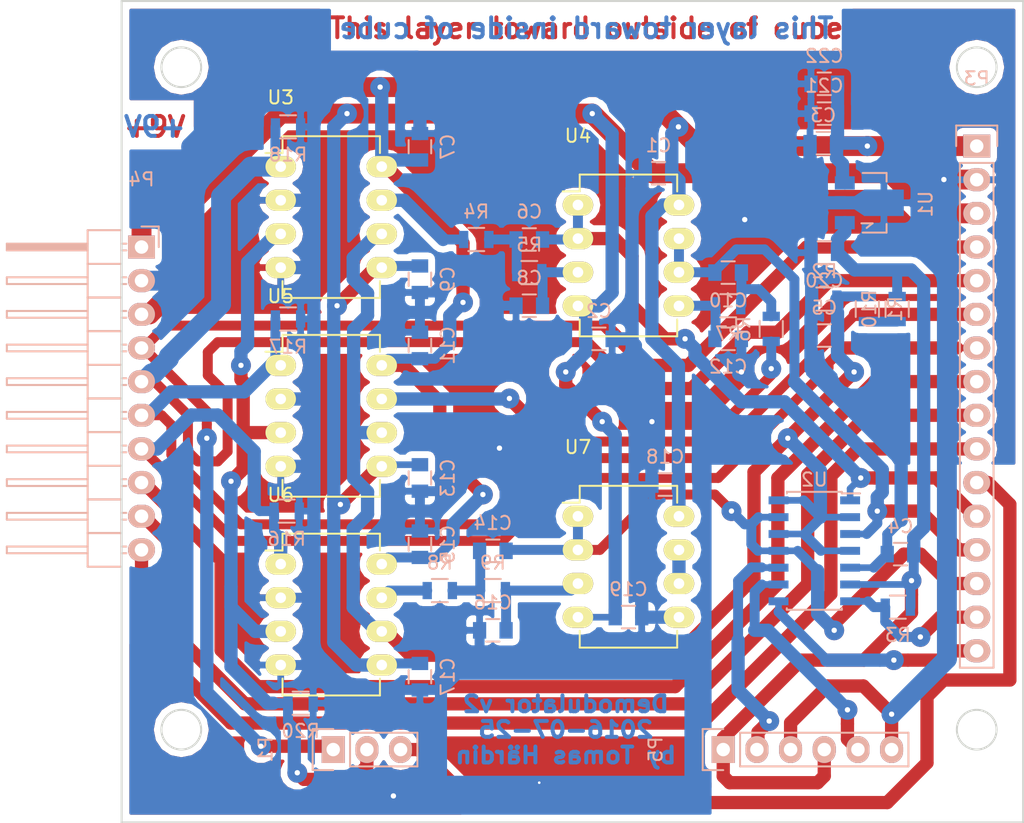
<source format=kicad_pcb>
(kicad_pcb (version 4) (host pcbnew 4.0.2-stable)
  (layers (0 F.Cu signal hide) (31 B.Cu signal) (34 B.Paste user) (35 F.Paste user) (36 B.SilkS user) (37 F.SilkS user) (38 B.Mask user) (39 F.Mask user) (44 Edge.Cuts user))
  (net 0 "")
  (net 1 +9V)
  (net 2 GND)
  (net 3 -9VA)
  (net 4 +3.3VADC)
  (net 5 /channel1/BIAS)
  (net 6 /channel1/DEMOD)
  (net 7 "Net-(C6-Pad2)")
  (net 8 "Net-(C8-Pad1)")
  (net 9 /channel2/DEMOD)
  (net 10 "Net-(C10-Pad2)")
  (net 11 "Net-(C12-Pad1)")
  (net 12 /channel3/DEMOD)
  (net 13 "Net-(C14-Pad2)")
  (net 14 "Net-(C16-Pad1)")
  (net 15 /TACH)
  (net 16 /channel1/Y)
  (net 17 /LO)
  (net 18 /channel1/X)
  (net 19 /channel2/X)
  (net 20 /channel3/X)
  (net 21 /A0)
  (net 22 /A1)
  (net 23 /REF)
  (net 24 /SDA)
  (net 25 /SCL)
  (net 26 "Net-(P5-Pad2)")
  (net 27 "Net-(P5-Pad5)")
  (net 28 "Net-(R4-Pad2)")
  (net 29 "Net-(R6-Pad2)")
  (net 30 "Net-(R8-Pad2)")
  (net 31 "Net-(R1-Pad1)")
  (net 32 "Net-(R11-Pad2)")
  (net 33 "Net-(R12-Pad2)")
  (net 34 "Net-(R13-Pad1)")
  (net 35 "Net-(R14-Pad1)")
  (module Housings_DIP:DIP-8_W7.62mm_LongPads (layer F.Cu) (at 122.5 97.5)
    (fp_text reference U5 (at 0 -5.22) (layer F.SilkS))
    (fp_text value AD633)
    (pad 1 thru_hole oval (at 0 0) (size 2.3 1.6) (drill 0.8) (layers *.Cu *.Mask F.SilkS) (net 19 /channel2/X))
    (pad 2 thru_hole oval (at 0 2.54) (size 2.3 1.6) (drill 0.8) (layers *.Cu *.Mask F.SilkS) (net 2 GND))
    (pad 3 thru_hole oval (at 0 5.08) (size 2.3 1.6) (drill 0.8) (layers *.Cu *.Mask F.SilkS) (net 16 /channel1/Y))
    (pad 4 thru_hole oval (at 0 7.62) (size 2.3 1.6) (drill 0.8) (layers *.Cu *.Mask F.SilkS) (net 2 GND))
    (pad 5 thru_hole oval (at 7.62 7.62) (size 2.3 1.6) (drill 0.8) (layers *.Cu *.Mask F.SilkS) (net 3 -9VA))
    (pad 6 thru_hole oval (at 7.62 5.08) (size 2.3 1.6) (drill 0.8) (layers *.Cu *.Mask F.SilkS) (net 5 /channel1/BIAS))
    (pad 7 thru_hole oval (at 7.62 2.54) (size 2.3 1.6) (drill 0.8) (layers *.Cu *.Mask F.SilkS) (net 29 "Net-(R6-Pad2)"))
    (pad 8 thru_hole oval (at 7.62 0) (size 2.3 1.6) (drill 0.8) (layers *.Cu *.Mask F.SilkS) (net 1 +9V))
  )
  (module Housings_DIP:DIP-8_W7.62mm_LongPads (layer F.Cu) (at 144.92 108.89)
    (fp_text reference U7 (at 0 -5.22) (layer F.SilkS))
    (fp_text value LM6172)
    (pad 1 thru_hole oval (at 0 0) (size 2.3 1.6) (drill 0.8) (layers *.Cu *.Mask F.SilkS) (net 12 /channel3/DEMOD))
    (pad 2 thru_hole oval (at 0 2.54) (size 2.3 1.6) (drill 0.8) (layers *.Cu *.Mask F.SilkS) (net 12 /channel3/DEMOD))
    (pad 3 thru_hole oval (at 0 5.08) (size 2.3 1.6) (drill 0.8) (layers *.Cu *.Mask F.SilkS) (net 14 "Net-(C16-Pad1)"))
    (pad 4 thru_hole oval (at 0 7.62) (size 2.3 1.6) (drill 0.8) (layers *.Cu *.Mask F.SilkS) (net 3 -9VA))
    (pad 5 thru_hole oval (at 7.62 7.62) (size 2.3 1.6) (drill 0.8) (layers *.Cu *.Mask F.SilkS) (net 5 /channel1/BIAS))
    (pad 6 thru_hole oval (at 7.62 5.08) (size 2.3 1.6) (drill 0.8) (layers *.Cu *.Mask F.SilkS) (net 35 "Net-(R14-Pad1)"))
    (pad 7 thru_hole oval (at 7.62 2.54) (size 2.3 1.6) (drill 0.8) (layers *.Cu *.Mask F.SilkS) (net 35 "Net-(R14-Pad1)"))
    (pad 8 thru_hole oval (at 7.62 0) (size 2.3 1.6) (drill 0.8) (layers *.Cu *.Mask F.SilkS) (net 1 +9V))
  )
  (module Pin_Headers:Pin_Header_Straight_1x03 (layer B.Cu) (at 126.46 126.5 270)
    (fp_text reference P1 (at 0 5.1 270) (layer B.SilkS) (effects (justify mirror)))
    (fp_text value CONN_01X03)
    (pad 1 thru_hole rect (at 0 0 270) (size 2.032 1.7272) (drill 1.016) (layers *.Cu *.Mask B.SilkS) (net 15 /TACH))
    (pad 2 thru_hole oval (at 0 -2.54 270) (size 2.032 1.7272) (drill 1.016) (layers *.Cu *.Mask B.SilkS) (net 16 /channel1/Y))
    (pad 3 thru_hole oval (at 0 -5.08 270) (size 2.032 1.7272) (drill 1.016) (layers *.Cu *.Mask B.SilkS) (net 17 /LO))
  )
  (module Housings_SOIC:SOIC-14_3.9x8.7mm_Pitch1.27mm (layer B.Cu) (at 162.75 111.5 180)
    (fp_text reference U2 (at 0 5.375 180) (layer B.SilkS) (effects (justify mirror)))
    (fp_text value MCP3428)
    (pad 1 smd rect (at -2.7 3.81 180) (size 1.5 0.6) (layers B.Cu B.Paste B.Mask) (net 33 "Net-(R12-Pad2)"))
    (pad 2 smd rect (at -2.7 2.54 180) (size 1.5 0.6) (layers B.Cu B.Paste B.Mask) (net 5 /channel1/BIAS))
    (pad 3 smd rect (at -2.7 1.27 180) (size 1.5 0.6) (layers B.Cu B.Paste B.Mask) (net 32 "Net-(R11-Pad2)"))
    (pad 4 smd rect (at -2.7 0 180) (size 1.5 0.6) (layers B.Cu B.Paste B.Mask) (net 5 /channel1/BIAS))
    (pad 5 smd rect (at -2.7 -1.27 180) (size 1.5 0.6) (layers B.Cu B.Paste B.Mask) (net 2 GND))
    (pad 6 smd rect (at -2.7 -2.54 180) (size 1.5 0.6) (layers B.Cu B.Paste B.Mask) (net 4 +3.3VADC))
    (pad 7 smd rect (at -2.7 -3.81 180) (size 1.5 0.6) (layers B.Cu B.Paste B.Mask) (net 24 /SDA))
    (pad 8 smd rect (at 2.7 -3.81 180) (size 1.5 0.6) (layers B.Cu B.Paste B.Mask) (net 25 /SCL))
    (pad 9 smd rect (at 2.7 -2.54 180) (size 1.5 0.6) (layers B.Cu B.Paste B.Mask) (net 27 "Net-(P5-Pad5)"))
    (pad 10 smd rect (at 2.7 -1.27 180) (size 1.5 0.6) (layers B.Cu B.Paste B.Mask) (net 26 "Net-(P5-Pad2)"))
    (pad 11 smd rect (at 2.7 0 180) (size 1.5 0.6) (layers B.Cu B.Paste B.Mask) (net 34 "Net-(R13-Pad1)"))
    (pad 12 smd rect (at 2.7 1.27 180) (size 1.5 0.6) (layers B.Cu B.Paste B.Mask) (net 5 /channel1/BIAS))
    (pad 13 smd rect (at 2.7 2.54 180) (size 1.5 0.6) (layers B.Cu B.Paste B.Mask) (net 34 "Net-(R13-Pad1)"))
    (pad 14 smd rect (at 2.7 3.81 180) (size 1.5 0.6) (layers B.Cu B.Paste B.Mask) (net 5 /channel1/BIAS))
  )
  (module Housings_DIP:DIP-8_W7.62mm_LongPads (layer F.Cu) (at 122.5 112.5)
    (fp_text reference U6 (at 0 -5.22) (layer F.SilkS))
    (fp_text value AD633)
    (pad 1 thru_hole oval (at 0 0) (size 2.3 1.6) (drill 0.8) (layers *.Cu *.Mask F.SilkS) (net 20 /channel3/X))
    (pad 2 thru_hole oval (at 0 2.54) (size 2.3 1.6) (drill 0.8) (layers *.Cu *.Mask F.SilkS) (net 2 GND))
    (pad 3 thru_hole oval (at 0 5.08) (size 2.3 1.6) (drill 0.8) (layers *.Cu *.Mask F.SilkS) (net 16 /channel1/Y))
    (pad 4 thru_hole oval (at 0 7.62) (size 2.3 1.6) (drill 0.8) (layers *.Cu *.Mask F.SilkS) (net 2 GND))
    (pad 5 thru_hole oval (at 7.62 7.62) (size 2.3 1.6) (drill 0.8) (layers *.Cu *.Mask F.SilkS) (net 3 -9VA))
    (pad 6 thru_hole oval (at 7.62 5.08) (size 2.3 1.6) (drill 0.8) (layers *.Cu *.Mask F.SilkS) (net 5 /channel1/BIAS))
    (pad 7 thru_hole oval (at 7.62 2.54) (size 2.3 1.6) (drill 0.8) (layers *.Cu *.Mask F.SilkS) (net 30 "Net-(R8-Pad2)"))
    (pad 8 thru_hole oval (at 7.62 0) (size 2.3 1.6) (drill 0.8) (layers *.Cu *.Mask F.SilkS) (net 1 +9V))
  )
  (module Capacitors_SMD:C_0805 (layer B.Cu) (at 151 83 180)
    (fp_text reference C1 (at 0 2.1 180) (layer B.SilkS) (effects (justify mirror)))
    (fp_text value 100n)
    (pad 1 smd rect (at -1 0 180) (size 1 1.25) (layers B.Cu B.Paste B.Mask) (net 1 +9V))
    (pad 2 smd rect (at 1 0 180) (size 1 1.25) (layers B.Cu B.Paste B.Mask) (net 2 GND))
  )
  (module Capacitors_SMD:C_0805 (layer B.Cu) (at 146.5 95.5 180)
    (fp_text reference C2 (at 0 2.1 180) (layer B.SilkS) (effects (justify mirror)))
    (fp_text value 100n)
    (pad 1 smd rect (at -1 0 180) (size 1 1.25) (layers B.Cu B.Paste B.Mask) (net 2 GND))
    (pad 2 smd rect (at 1 0 180) (size 1 1.25) (layers B.Cu B.Paste B.Mask) (net 3 -9VA))
  )
  (module Capacitors_SMD:C_0805 (layer B.Cu) (at 163.426 80.73 180)
    (fp_text reference C3 (at 0 2.1 180) (layer B.SilkS) (effects (justify mirror)))
    (fp_text value 100n)
    (pad 1 smd rect (at -1 0 180) (size 1 1.25) (layers B.Cu B.Paste B.Mask) (net 1 +9V))
    (pad 2 smd rect (at 1 0 180) (size 1 1.25) (layers B.Cu B.Paste B.Mask) (net 2 GND))
  )
  (module Capacitors_SMD:C_0805 (layer B.Cu) (at 169.25 111.75 180)
    (fp_text reference C4 (at 0 2.1 180) (layer B.SilkS) (effects (justify mirror)))
    (fp_text value 100n)
    (pad 1 smd rect (at -1 0 180) (size 1 1.25) (layers B.Cu B.Paste B.Mask) (net 4 +3.3VADC))
    (pad 2 smd rect (at 1 0 180) (size 1 1.25) (layers B.Cu B.Paste B.Mask) (net 2 GND))
  )
  (module Capacitors_SMD:C_0805 (layer B.Cu) (at 163.5 95.25 180)
    (fp_text reference C5 (at 0 2.1 180) (layer B.SilkS) (effects (justify mirror)))
    (fp_text value 100n)
    (pad 1 smd rect (at -1 0 180) (size 1 1.25) (layers B.Cu B.Paste B.Mask) (net 5 /channel1/BIAS))
    (pad 2 smd rect (at 1 0 180) (size 1 1.25) (layers B.Cu B.Paste B.Mask) (net 2 GND))
  )
  (module Capacitors_SMD:C_0805 (layer B.Cu) (at 141.25 88 180)
    (fp_text reference C6 (at 0 2.1 180) (layer B.SilkS) (effects (justify mirror)))
    (fp_text value 1u)
    (pad 1 smd rect (at -1 0 180) (size 1 1.25) (layers B.Cu B.Paste B.Mask) (net 6 /channel1/DEMOD))
    (pad 2 smd rect (at 1 0 180) (size 1 1.25) (layers B.Cu B.Paste B.Mask) (net 7 "Net-(C6-Pad2)"))
  )
  (module Capacitors_SMD:C_0805 (layer B.Cu) (at 133 81 90)
    (fp_text reference C7 (at 0 2.1 90) (layer B.SilkS) (effects (justify mirror)))
    (fp_text value 100n)
    (pad 1 smd rect (at -1 0 90) (size 1 1.25) (layers B.Cu B.Paste B.Mask) (net 1 +9V))
    (pad 2 smd rect (at 1 0 90) (size 1 1.25) (layers B.Cu B.Paste B.Mask) (net 2 GND))
  )
  (module Capacitors_SMD:C_0805 (layer B.Cu) (at 141.25 93 180)
    (fp_text reference C8 (at 0 2.1 180) (layer B.SilkS) (effects (justify mirror)))
    (fp_text value 1u)
    (pad 1 smd rect (at -1 0 180) (size 1 1.25) (layers B.Cu B.Paste B.Mask) (net 8 "Net-(C8-Pad1)"))
    (pad 2 smd rect (at 1 0 180) (size 1 1.25) (layers B.Cu B.Paste B.Mask) (net 2 GND))
  )
  (module Capacitors_SMD:C_0805 (layer B.Cu) (at 133 91 90)
    (fp_text reference C9 (at 0 2.1 90) (layer B.SilkS) (effects (justify mirror)))
    (fp_text value 100n)
    (pad 1 smd rect (at -1 0 90) (size 1 1.25) (layers B.Cu B.Paste B.Mask) (net 2 GND))
    (pad 2 smd rect (at 1 0 90) (size 1 1.25) (layers B.Cu B.Paste B.Mask) (net 3 -9VA))
  )
  (module Capacitors_SMD:C_0805 (layer B.Cu) (at 156.25 90.5)
    (fp_text reference C10 (at 0 2.1) (layer B.SilkS) (effects (justify mirror)))
    (fp_text value 1u)
    (pad 1 smd rect (at -1 0) (size 1 1.25) (layers B.Cu B.Paste B.Mask) (net 9 /channel2/DEMOD))
    (pad 2 smd rect (at 1 0) (size 1 1.25) (layers B.Cu B.Paste B.Mask) (net 10 "Net-(C10-Pad2)"))
  )
  (module Capacitors_SMD:C_0805 (layer B.Cu) (at 133 96 90)
    (fp_text reference C11 (at 0 2.1 90) (layer B.SilkS) (effects (justify mirror)))
    (fp_text value 100n)
    (pad 1 smd rect (at -1 0 90) (size 1 1.25) (layers B.Cu B.Paste B.Mask) (net 1 +9V))
    (pad 2 smd rect (at 1 0 90) (size 1 1.25) (layers B.Cu B.Paste B.Mask) (net 2 GND))
  )
  (module Capacitors_SMD:C_0805 (layer B.Cu) (at 156.25 95.5)
    (fp_text reference C12 (at 0 2.1) (layer B.SilkS) (effects (justify mirror)))
    (fp_text value 1u)
    (pad 1 smd rect (at -1 0) (size 1 1.25) (layers B.Cu B.Paste B.Mask) (net 11 "Net-(C12-Pad1)"))
    (pad 2 smd rect (at 1 0) (size 1 1.25) (layers B.Cu B.Paste B.Mask) (net 2 GND))
  )
  (module Capacitors_SMD:C_0805 (layer B.Cu) (at 133 106 90)
    (fp_text reference C13 (at 0 2.1 90) (layer B.SilkS) (effects (justify mirror)))
    (fp_text value 100n)
    (pad 1 smd rect (at -1 0 90) (size 1 1.25) (layers B.Cu B.Paste B.Mask) (net 2 GND))
    (pad 2 smd rect (at 1 0 90) (size 1 1.25) (layers B.Cu B.Paste B.Mask) (net 3 -9VA))
  )
  (module Capacitors_SMD:C_0805 (layer B.Cu) (at 138.5 111.5 180)
    (fp_text reference C14 (at 0 2.1 180) (layer B.SilkS) (effects (justify mirror)))
    (fp_text value 1u)
    (pad 1 smd rect (at -1 0 180) (size 1 1.25) (layers B.Cu B.Paste B.Mask) (net 12 /channel3/DEMOD))
    (pad 2 smd rect (at 1 0 180) (size 1 1.25) (layers B.Cu B.Paste B.Mask) (net 13 "Net-(C14-Pad2)"))
  )
  (module Capacitors_SMD:C_0805 (layer B.Cu) (at 133 111 90)
    (fp_text reference C15 (at 0 2.1 90) (layer B.SilkS) (effects (justify mirror)))
    (fp_text value 100n)
    (pad 1 smd rect (at -1 0 90) (size 1 1.25) (layers B.Cu B.Paste B.Mask) (net 1 +9V))
    (pad 2 smd rect (at 1 0 90) (size 1 1.25) (layers B.Cu B.Paste B.Mask) (net 2 GND))
  )
  (module Capacitors_SMD:C_0805 (layer B.Cu) (at 138.5 117.5 180)
    (fp_text reference C16 (at 0 2.1 180) (layer B.SilkS) (effects (justify mirror)))
    (fp_text value 1u)
    (pad 1 smd rect (at -1 0 180) (size 1 1.25) (layers B.Cu B.Paste B.Mask) (net 14 "Net-(C16-Pad1)"))
    (pad 2 smd rect (at 1 0 180) (size 1 1.25) (layers B.Cu B.Paste B.Mask) (net 2 GND))
  )
  (module Capacitors_SMD:C_0805 (layer B.Cu) (at 133 121 90)
    (fp_text reference C17 (at 0 2.1 90) (layer B.SilkS) (effects (justify mirror)))
    (fp_text value 100n)
    (pad 1 smd rect (at -1 0 90) (size 1 1.25) (layers B.Cu B.Paste B.Mask) (net 2 GND))
    (pad 2 smd rect (at 1 0 90) (size 1 1.25) (layers B.Cu B.Paste B.Mask) (net 3 -9VA))
  )
  (module Pin_Headers:Pin_Header_Straight_1x16 (layer B.Cu) (at 175 80.95 180)
    (fp_text reference P3 (at 0 5.1 180) (layer B.SilkS) (effects (justify mirror)))
    (fp_text value CONN_01X16)
    (pad 1 thru_hole rect (at 0 0 180) (size 2.032 1.7272) (drill 1.016) (layers *.Cu *.Mask B.SilkS) (net 1 +9V))
    (pad 2 thru_hole oval (at 0 -2.54 180) (size 2.032 1.7272) (drill 1.016) (layers *.Cu *.Mask B.SilkS) (net 2 GND))
    (pad 3 thru_hole oval (at 0 -5.08 180) (size 2.032 1.7272) (drill 1.016) (layers *.Cu *.Mask B.SilkS) (net 3 -9VA))
    (pad 4 thru_hole oval (at 0 -7.62 180) (size 2.032 1.7272) (drill 1.016) (layers *.Cu *.Mask B.SilkS) (net 15 /TACH))
    (pad 5 thru_hole oval (at 0 -10.16 180) (size 2.032 1.7272) (drill 1.016) (layers *.Cu *.Mask B.SilkS) (net 18 /channel1/X))
    (pad 6 thru_hole oval (at 0 -12.7 180) (size 2.032 1.7272) (drill 1.016) (layers *.Cu *.Mask B.SilkS) (net 19 /channel2/X))
    (pad 7 thru_hole oval (at 0 -15.24 180) (size 2.032 1.7272) (drill 1.016) (layers *.Cu *.Mask B.SilkS) (net 20 /channel3/X))
    (pad 8 thru_hole oval (at 0 -17.78 180) (size 2.032 1.7272) (drill 1.016) (layers *.Cu *.Mask B.SilkS) (net 21 /A0))
    (pad 9 thru_hole oval (at 0 -20.32 180) (size 2.032 1.7272) (drill 1.016) (layers *.Cu *.Mask B.SilkS) (net 22 /A1))
    (pad 10 thru_hole oval (at 0 -22.86 180) (size 2.032 1.7272) (drill 1.016) (layers *.Cu *.Mask B.SilkS) (net 23 /REF))
    (pad 11 thru_hole oval (at 0 -25.4 180) (size 2.032 1.7272) (drill 1.016) (layers *.Cu *.Mask B.SilkS) (net 17 /LO))
    (pad 12 thru_hole oval (at 0 -27.94 180) (size 2.032 1.7272) (drill 1.016) (layers *.Cu *.Mask B.SilkS) (net 6 /channel1/DEMOD))
    (pad 13 thru_hole oval (at 0 -30.48 180) (size 2.032 1.7272) (drill 1.016) (layers *.Cu *.Mask B.SilkS) (net 9 /channel2/DEMOD))
    (pad 14 thru_hole oval (at 0 -33.02 180) (size 2.032 1.7272) (drill 1.016) (layers *.Cu *.Mask B.SilkS) (net 12 /channel3/DEMOD))
    (pad 15 thru_hole oval (at 0 -35.56 180) (size 2.032 1.7272) (drill 1.016) (layers *.Cu *.Mask B.SilkS) (net 24 /SDA))
    (pad 16 thru_hole oval (at 0 -38.1 180) (size 2.032 1.7272) (drill 1.016) (layers *.Cu *.Mask B.SilkS) (net 25 /SCL))
  )
  (module Pin_Headers:Pin_Header_Angled_1x10 (layer B.Cu) (at 112 88.57 180)
    (fp_text reference P4 (at 0 5.1 180) (layer B.SilkS) (effects (justify mirror)))
    (fp_text value CONN_01X10)
    (pad 1 thru_hole rect (at 0 0 180) (size 2.032 1.7272) (drill 1.016) (layers *.Cu *.Mask B.SilkS) (net 1 +9V))
    (pad 2 thru_hole oval (at 0 -2.54 180) (size 2.032 1.7272) (drill 1.016) (layers *.Cu *.Mask B.SilkS) (net 2 GND))
    (pad 3 thru_hole oval (at 0 -5.08 180) (size 2.032 1.7272) (drill 1.016) (layers *.Cu *.Mask B.SilkS) (net 3 -9VA))
    (pad 4 thru_hole oval (at 0 -7.62 180) (size 2.032 1.7272) (drill 1.016) (layers *.Cu *.Mask B.SilkS) (net 15 /TACH))
    (pad 5 thru_hole oval (at 0 -10.16 180) (size 2.032 1.7272) (drill 1.016) (layers *.Cu *.Mask B.SilkS) (net 18 /channel1/X))
    (pad 6 thru_hole oval (at 0 -12.7 180) (size 2.032 1.7272) (drill 1.016) (layers *.Cu *.Mask B.SilkS) (net 19 /channel2/X))
    (pad 7 thru_hole oval (at 0 -15.24 180) (size 2.032 1.7272) (drill 1.016) (layers *.Cu *.Mask B.SilkS) (net 20 /channel3/X))
    (pad 8 thru_hole oval (at 0 -17.78 180) (size 2.032 1.7272) (drill 1.016) (layers *.Cu *.Mask B.SilkS) (net 21 /A0))
    (pad 9 thru_hole oval (at 0 -20.32 180) (size 2.032 1.7272) (drill 1.016) (layers *.Cu *.Mask B.SilkS) (net 22 /A1))
    (pad 10 thru_hole oval (at 0 -22.86 180) (size 2.032 1.7272) (drill 1.016) (layers *.Cu *.Mask B.SilkS) (net 23 /REF))
  )
  (module Pin_Headers:Pin_Header_Straight_1x06 (layer B.Cu) (at 155.88 126.5 270)
    (fp_text reference P5 (at 0 5.1 270) (layer B.SilkS) (effects (justify mirror)))
    (fp_text value "Adr conf")
    (pad 1 thru_hole rect (at 0 0 270) (size 2.032 1.7272) (drill 1.016) (layers *.Cu *.Mask B.SilkS) (net 4 +3.3VADC))
    (pad 2 thru_hole oval (at 0 -2.54 270) (size 2.032 1.7272) (drill 1.016) (layers *.Cu *.Mask B.SilkS) (net 26 "Net-(P5-Pad2)"))
    (pad 3 thru_hole oval (at 0 -5.08 270) (size 2.032 1.7272) (drill 1.016) (layers *.Cu *.Mask B.SilkS) (net 2 GND))
    (pad 4 thru_hole oval (at 0 -7.62 270) (size 2.032 1.7272) (drill 1.016) (layers *.Cu *.Mask B.SilkS) (net 4 +3.3VADC))
    (pad 5 thru_hole oval (at 0 -10.16 270) (size 2.032 1.7272) (drill 1.016) (layers *.Cu *.Mask B.SilkS) (net 27 "Net-(P5-Pad5)"))
    (pad 6 thru_hole oval (at 0 -12.7 270) (size 2.032 1.7272) (drill 1.016) (layers *.Cu *.Mask B.SilkS) (net 2 GND))
  )
  (module Resistors_SMD:R_0805 (layer B.Cu) (at 166.75 93.25 90)
    (fp_text reference R1 (at 0 2.1 90) (layer B.SilkS) (effects (justify mirror)))
    (fp_text value 10k)
    (pad 1 smd rect (at -0.95 0 90) (size 0.7 1.3) (layers B.Cu B.Paste B.Mask) (net 31 "Net-(R1-Pad1)"))
    (pad 2 smd rect (at 0.95 0 90) (size 0.7 1.3) (layers B.Cu B.Paste B.Mask) (net 5 /channel1/BIAS))
  )
  (module Resistors_SMD:R_0805 (layer B.Cu) (at 163.5 92.5 180)
    (fp_text reference R2 (at 0 2.1 180) (layer B.SilkS) (effects (justify mirror)))
    (fp_text value 10k)
    (pad 1 smd rect (at -0.95 0 180) (size 0.7 1.3) (layers B.Cu B.Paste B.Mask) (net 5 /channel1/BIAS))
    (pad 2 smd rect (at 0.95 0 180) (size 0.7 1.3) (layers B.Cu B.Paste B.Mask) (net 2 GND))
  )
  (module Resistors_SMD:R_0805 (layer B.Cu) (at 169.05 115.75)
    (fp_text reference R3 (at 0 2.1) (layer B.SilkS) (effects (justify mirror)))
    (fp_text value 10k)
    (pad 1 smd rect (at -0.95 0) (size 0.7 1.3) (layers B.Cu B.Paste B.Mask) (net 24 /SDA))
    (pad 2 smd rect (at 0.95 0) (size 0.7 1.3) (layers B.Cu B.Paste B.Mask) (net 4 +3.3VADC))
  )
  (module Resistors_SMD:R_0805 (layer B.Cu) (at 137.25 88 180)
    (fp_text reference R4 (at 0 2.1 180) (layer B.SilkS) (effects (justify mirror)))
    (fp_text value 100k)
    (pad 1 smd rect (at -0.95 0 180) (size 0.7 1.3) (layers B.Cu B.Paste B.Mask) (net 7 "Net-(C6-Pad2)"))
    (pad 2 smd rect (at 0.95 0 180) (size 0.7 1.3) (layers B.Cu B.Paste B.Mask) (net 28 "Net-(R4-Pad2)"))
  )
  (module Resistors_SMD:R_0805 (layer B.Cu) (at 141.25 90.5 180)
    (fp_text reference R5 (at 0 2.1 180) (layer B.SilkS) (effects (justify mirror)))
    (fp_text value 100k)
    (pad 1 smd rect (at -0.95 0 180) (size 0.7 1.3) (layers B.Cu B.Paste B.Mask) (net 8 "Net-(C8-Pad1)"))
    (pad 2 smd rect (at 0.95 0 180) (size 0.7 1.3) (layers B.Cu B.Paste B.Mask) (net 7 "Net-(C6-Pad2)"))
  )
  (module Resistors_SMD:R_0805 (layer B.Cu) (at 159.5 94.75 270)
    (fp_text reference R6 (at 0 2.1 270) (layer B.SilkS) (effects (justify mirror)))
    (fp_text value 100k)
    (pad 1 smd rect (at -0.95 0 270) (size 0.7 1.3) (layers B.Cu B.Paste B.Mask) (net 10 "Net-(C10-Pad2)"))
    (pad 2 smd rect (at 0.95 0 270) (size 0.7 1.3) (layers B.Cu B.Paste B.Mask) (net 29 "Net-(R6-Pad2)"))
  )
  (module Resistors_SMD:R_0805 (layer B.Cu) (at 156.25 93)
    (fp_text reference R7 (at 0 2.1) (layer B.SilkS) (effects (justify mirror)))
    (fp_text value 100k)
    (pad 1 smd rect (at -0.95 0) (size 0.7 1.3) (layers B.Cu B.Paste B.Mask) (net 11 "Net-(C12-Pad1)"))
    (pad 2 smd rect (at 0.95 0) (size 0.7 1.3) (layers B.Cu B.Paste B.Mask) (net 10 "Net-(C10-Pad2)"))
  )
  (module Resistors_SMD:R_0805 (layer B.Cu) (at 134.5 114.5 180)
    (fp_text reference R8 (at 0 2.1 180) (layer B.SilkS) (effects (justify mirror)))
    (fp_text value 100k)
    (pad 1 smd rect (at -0.95 0 180) (size 0.7 1.3) (layers B.Cu B.Paste B.Mask) (net 13 "Net-(C14-Pad2)"))
    (pad 2 smd rect (at 0.95 0 180) (size 0.7 1.3) (layers B.Cu B.Paste B.Mask) (net 30 "Net-(R8-Pad2)"))
  )
  (module Resistors_SMD:R_0805 (layer B.Cu) (at 138.5 114.5 180)
    (fp_text reference R9 (at 0 2.1 180) (layer B.SilkS) (effects (justify mirror)))
    (fp_text value 100k)
    (pad 1 smd rect (at -0.95 0 180) (size 0.7 1.3) (layers B.Cu B.Paste B.Mask) (net 14 "Net-(C16-Pad1)"))
    (pad 2 smd rect (at 0.95 0 180) (size 0.7 1.3) (layers B.Cu B.Paste B.Mask) (net 13 "Net-(C14-Pad2)"))
  )
  (module TO_SOT_Packages_SMD:SOT89-3_Housing (layer B.Cu) (at 166.90018 85.23 90)
    (fp_text reference U1 (at -0.09906 4.24942 90) (layer B.SilkS) (effects (justify mirror)))
    (fp_text value L78L33)
    (pad 1 smd rect (at -1.50114 -1.85166 90) (size 1.00076 1.50114) (layers B.Cu B.Paste B.Mask) (net 4 +3.3VADC))
    (pad 2 smd rect (at 0 -1.85166 90) (size 1.00076 1.50114) (layers B.Cu B.Paste B.Mask) (net 2 GND))
    (pad 3 smd rect (at 1.50114 -1.85166 90) (size 1.00076 1.50114) (layers B.Cu B.Paste B.Mask) (net 1 +9V))
    (pad 2 smd rect (at 0 1.09982 90) (size 1.99898 2.99974) (layers B.Cu B.Paste B.Mask) (net 2 GND))
    (pad 2 smd trapezoid (at 0 -0.7493 270) (size 1.50114 0.7493) (rect_delta 0 -0.50038) (layers B.Cu B.Paste B.Mask) (net 2 GND))
  )
  (module Housings_DIP:DIP-8_W7.62mm_LongPads (layer F.Cu) (at 122.5 82.5)
    (fp_text reference U3 (at 0 -5.22) (layer F.SilkS))
    (fp_text value AD633)
    (pad 1 thru_hole oval (at 0 0) (size 2.3 1.6) (drill 0.8) (layers *.Cu *.Mask F.SilkS) (net 18 /channel1/X))
    (pad 2 thru_hole oval (at 0 2.54) (size 2.3 1.6) (drill 0.8) (layers *.Cu *.Mask F.SilkS) (net 2 GND))
    (pad 3 thru_hole oval (at 0 5.08) (size 2.3 1.6) (drill 0.8) (layers *.Cu *.Mask F.SilkS) (net 16 /channel1/Y))
    (pad 4 thru_hole oval (at 0 7.62) (size 2.3 1.6) (drill 0.8) (layers *.Cu *.Mask F.SilkS) (net 2 GND))
    (pad 5 thru_hole oval (at 7.62 7.62) (size 2.3 1.6) (drill 0.8) (layers *.Cu *.Mask F.SilkS) (net 3 -9VA))
    (pad 6 thru_hole oval (at 7.62 5.08) (size 2.3 1.6) (drill 0.8) (layers *.Cu *.Mask F.SilkS) (net 5 /channel1/BIAS))
    (pad 7 thru_hole oval (at 7.62 2.54) (size 2.3 1.6) (drill 0.8) (layers *.Cu *.Mask F.SilkS) (net 28 "Net-(R4-Pad2)"))
    (pad 8 thru_hole oval (at 7.62 0) (size 2.3 1.6) (drill 0.8) (layers *.Cu *.Mask F.SilkS) (net 1 +9V))
  )
  (module Capacitors_SMD:C_0805 (layer B.Cu) (at 151.5 106.5 180)
    (fp_text reference C18 (at 0 2.1 180) (layer B.SilkS) (effects (justify mirror)))
    (fp_text value 100n)
    (pad 1 smd rect (at -1 0 180) (size 1 1.25) (layers B.Cu B.Paste B.Mask) (net 1 +9V))
    (pad 2 smd rect (at 1 0 180) (size 1 1.25) (layers B.Cu B.Paste B.Mask) (net 2 GND))
  )
  (module Capacitors_SMD:C_0805 (layer B.Cu) (at 148.73 116.5 180)
    (fp_text reference C19 (at 0 2.1 180) (layer B.SilkS) (effects (justify mirror)))
    (fp_text value 100n)
    (pad 1 smd rect (at -1 0 180) (size 1 1.25) (layers B.Cu B.Paste B.Mask) (net 2 GND))
    (pad 2 smd rect (at 1 0 180) (size 1 1.25) (layers B.Cu B.Paste B.Mask) (net 3 -9VA))
  )
  (module Housings_DIP:DIP-8_W7.62mm_LongPads (layer F.Cu) (at 144.92 85.395)
    (fp_text reference U4 (at 0 -5.22) (layer F.SilkS))
    (fp_text value LM6172)
    (pad 1 thru_hole oval (at 0 0) (size 2.3 1.6) (drill 0.8) (layers *.Cu *.Mask F.SilkS) (net 6 /channel1/DEMOD))
    (pad 2 thru_hole oval (at 0 2.54) (size 2.3 1.6) (drill 0.8) (layers *.Cu *.Mask F.SilkS) (net 6 /channel1/DEMOD))
    (pad 3 thru_hole oval (at 0 5.08) (size 2.3 1.6) (drill 0.8) (layers *.Cu *.Mask F.SilkS) (net 8 "Net-(C8-Pad1)"))
    (pad 4 thru_hole oval (at 0 7.62) (size 2.3 1.6) (drill 0.8) (layers *.Cu *.Mask F.SilkS) (net 3 -9VA))
    (pad 5 thru_hole oval (at 7.62 7.62) (size 2.3 1.6) (drill 0.8) (layers *.Cu *.Mask F.SilkS) (net 11 "Net-(C12-Pad1)"))
    (pad 6 thru_hole oval (at 7.62 5.08) (size 2.3 1.6) (drill 0.8) (layers *.Cu *.Mask F.SilkS) (net 9 /channel2/DEMOD))
    (pad 7 thru_hole oval (at 7.62 2.54) (size 2.3 1.6) (drill 0.8) (layers *.Cu *.Mask F.SilkS) (net 9 /channel2/DEMOD))
    (pad 8 thru_hole oval (at 7.62 0) (size 2.3 1.6) (drill 0.8) (layers *.Cu *.Mask F.SilkS) (net 1 +9V))
  )
  (module Capacitors_SMD:C_0805 (layer B.Cu) (at 163.5 89)
    (fp_text reference C20 (at 0 2.1) (layer B.SilkS) (effects (justify mirror)))
    (fp_text value 100n)
    (pad 1 smd rect (at -1 0) (size 1 1.25) (layers B.Cu B.Paste B.Mask) (net 2 GND))
    (pad 2 smd rect (at 1 0) (size 1 1.25) (layers B.Cu B.Paste B.Mask) (net 4 +3.3VADC))
  )
  (module Capacitors_SMD:C_0805 (layer B.Cu) (at 163.5 78.5 180)
    (fp_text reference C21 (at 0 2.1 180) (layer B.SilkS) (effects (justify mirror)))
    (fp_text value 100n)
    (pad 1 smd rect (at -1 0 180) (size 1 1.25) (layers B.Cu B.Paste B.Mask) (net 1 +9V))
    (pad 2 smd rect (at 1 0 180) (size 1 1.25) (layers B.Cu B.Paste B.Mask) (net 2 GND))
  )
  (module Capacitors_SMD:C_0805 (layer B.Cu) (at 163.5 76.25 180)
    (fp_text reference C22 (at 0 2.1 180) (layer B.SilkS) (effects (justify mirror)))
    (fp_text value 100n)
    (pad 1 smd rect (at -1 0 180) (size 1 1.25) (layers B.Cu B.Paste B.Mask) (net 1 +9V))
    (pad 2 smd rect (at 1 0 180) (size 1 1.25) (layers B.Cu B.Paste B.Mask) (net 2 GND))
  )
  (module Resistors_SMD:R_0805 (layer B.Cu) (at 169 93.25 270)
    (fp_text reference R10 (at 0 2.1 270) (layer B.SilkS) (effects (justify mirror)))
    (fp_text value 10k)
    (pad 1 smd rect (at -0.95 0 270) (size 0.7 1.3) (layers B.Cu B.Paste B.Mask) (net 4 +3.3VADC))
    (pad 2 smd rect (at 0.95 0 270) (size 0.7 1.3) (layers B.Cu B.Paste B.Mask) (net 31 "Net-(R1-Pad1)"))
  )
  (module Pin_Headers:Pin_Header_Straight_1x02 (layer F.Cu) (at 152.5 141.46)
    (fp_text reference P2 (at 0 -5.1) (layer F.SilkS))
    (fp_text value "ZERO BIAS")
    (pad 1 thru_hole rect (at 0 0) (size 2.032 2.032) (drill 1.016) (layers *.Cu *.Mask F.SilkS) (net 5 /channel1/BIAS))
    (pad 2 thru_hole oval (at 0 2.54) (size 2.032 2.032) (drill 1.016) (layers *.Cu *.Mask F.SilkS) (net 2 GND))
  )
  (module Resistors_SMD:R_0805 (layer F.Cu) (at 144.5 142.075001)
    (fp_text reference R11 (at 0 -2.1) (layer F.SilkS))
    (fp_text value 100k)
    (pad 1 smd rect (at -0.95 0) (size 0.7 1.3) (layers F.Cu F.Paste F.Mask) (net 9 /channel2/DEMOD))
    (pad 2 smd rect (at 0.95 0) (size 0.7 1.3) (layers F.Cu F.Paste F.Mask) (net 32 "Net-(R11-Pad2)"))
  )
  (module Resistors_SMD:R_0805 (layer F.Cu) (at 144.5 142.075001)
    (fp_text reference R12 (at 0 -2.1) (layer F.SilkS))
    (fp_text value 100k)
    (pad 1 smd rect (at -0.95 0) (size 0.7 1.3) (layers F.Cu F.Paste F.Mask) (net 6 /channel1/DEMOD))
    (pad 2 smd rect (at 0.95 0) (size 0.7 1.3) (layers F.Cu F.Paste F.Mask) (net 33 "Net-(R12-Pad2)"))
  )
  (module Resistors_SMD:R_0805 (layer F.Cu) (at 144.5 142.075001)
    (fp_text reference R13 (at 0 -2.1) (layer F.SilkS))
    (fp_text value 100k)
    (pad 1 smd rect (at -0.95 0) (size 0.7 1.3) (layers F.Cu F.Paste F.Mask) (net 34 "Net-(R13-Pad1)"))
    (pad 2 smd rect (at 0.95 0) (size 0.7 1.3) (layers F.Cu F.Paste F.Mask) (net 12 /channel3/DEMOD))
  )
  (module Resistors_SMD:R_0805 (layer F.Cu) (at 144.5 142.075001)
    (fp_text reference R14 (at 0 -2.1) (layer F.SilkS))
    (fp_text value 10k)
    (pad 1 smd rect (at -0.95 0) (size 0.7 1.3) (layers F.Cu F.Paste F.Mask) (net 35 "Net-(R14-Pad1)"))
    (pad 2 smd rect (at 0.95 0) (size 0.7 1.3) (layers F.Cu F.Paste F.Mask) (net 33 "Net-(R12-Pad2)"))
  )
  (module Resistors_SMD:R_0805 (layer F.Cu) (at 144.5 142.075001)
    (fp_text reference R15 (at 0 -2.1) (layer F.SilkS))
    (fp_text value 10k)
    (pad 1 smd rect (at -0.95 0) (size 0.7 1.3) (layers F.Cu F.Paste F.Mask) (net 34 "Net-(R13-Pad1)"))
    (pad 2 smd rect (at 0.95 0) (size 0.7 1.3) (layers F.Cu F.Paste F.Mask) (net 35 "Net-(R14-Pad1)"))
  )
  (module Resistors_SMD:R_0805 (layer B.Cu) (at 122.95 108.5)
    (fp_text reference R16 (at 0 2.1) (layer B.SilkS) (effects (justify mirror)))
    (fp_text value 100k)
    (pad 1 smd rect (at -0.95 0) (size 0.7 1.3) (layers B.Cu B.Paste B.Mask) (net 20 /channel3/X))
    (pad 2 smd rect (at 0.95 0) (size 0.7 1.3) (layers B.Cu B.Paste B.Mask) (net 2 GND))
  )
  (module Resistors_SMD:R_0805 (layer B.Cu) (at 123.05 94)
    (fp_text reference R17 (at 0 2.1) (layer B.SilkS) (effects (justify mirror)))
    (fp_text value 100k)
    (pad 1 smd rect (at -0.95 0) (size 0.7 1.3) (layers B.Cu B.Paste B.Mask) (net 19 /channel2/X))
    (pad 2 smd rect (at 0.95 0) (size 0.7 1.3) (layers B.Cu B.Paste B.Mask) (net 2 GND))
  )
  (module Resistors_SMD:R_0805 (layer B.Cu) (at 123.05 79.5)
    (fp_text reference R18 (at 0 2.1) (layer B.SilkS) (effects (justify mirror)))
    (fp_text value 100k)
    (pad 1 smd rect (at -0.95 0) (size 0.7 1.3) (layers B.Cu B.Paste B.Mask) (net 18 /channel1/X))
    (pad 2 smd rect (at 0.95 0) (size 0.7 1.3) (layers B.Cu B.Paste B.Mask) (net 2 GND))
  )
  (module Resistors_SMD:R_0805 (layer F.Cu) (at 144.5 142.075001)
    (fp_text reference R19 (at 0 -2.1) (layer F.SilkS))
    (fp_text value 10k)
    (pad 1 smd rect (at -0.95 0) (size 0.7 1.3) (layers F.Cu F.Paste F.Mask) (net 35 "Net-(R14-Pad1)"))
    (pad 2 smd rect (at 0.95 0) (size 0.7 1.3) (layers F.Cu F.Paste F.Mask) (net 32 "Net-(R11-Pad2)"))
  )
  (module Resistors_SMD:R_0805 (layer B.Cu) (at 124 123)
    (fp_text reference R20 (at 0 2.1) (layer B.SilkS) (effects (justify mirror)))
    (fp_text value 100k)
    (pad 1 smd rect (at -0.95 0) (size 0.7 1.3) (layers B.Cu B.Paste B.Mask) (net 16 /channel1/Y))
    (pad 2 smd rect (at 0.95 0) (size 0.7 1.3) (layers B.Cu B.Paste B.Mask) (net 2 GND))
  )
  (gr_text +9V (at 113 79.5) (layer B.Cu) (effects (font (size 1.5 1.5) (thickness 0.3)) (justify mirror)))
  (gr_text "Demodulator v2\n2016-07-25\nby Tomas Härdin" (at 144 125) (layer B.Cu) (effects (font (size 1.2 1.3) (thickness 0.3)) (justify mirror)))
  (gr_text "This layer toward inside of cube" (at 145.555 72.055) (layer B.Cu) (effects (font (size 1.5 1.5) (thickness 0.3)) (justify mirror)))
  (gr_text "This layer toward outside of cube" (at 145.555 72.055) (layer F.Cu) (effects (font (size 1.5 1.5) (thickness 0.3))))
  (gr_text +9V (at 113 79.5) (layer F.Cu) (effects (font (size 1.5 1.5) (thickness 0.3))))
  (gr_circle (center 115 75) (end 116.5 75) (layer Edge.Cuts) (width 0.15))
  (gr_circle (center 115 125) (end 116.5 125) (layer Edge.Cuts) (width 0.15))
  (gr_circle (center 175 125) (end 176.5 125) (layer Edge.Cuts) (width 0.15))
  (gr_circle (center 175 75) (end 176.5 75) (layer Edge.Cuts) (width 0.15))
  (gr_line (start 110.5 132) (end 110.5 70) (layer Edge.Cuts) (width 0.15))
  (gr_line (start 178.5 132) (end 110.5 132) (layer Edge.Cuts) (width 0.15))
  (gr_line (start 178.5 70) (end 178.5 132) (layer Edge.Cuts) (width 0.15))
  (gr_line (start 110.5 70) (end 178.5 70) (layer Edge.Cuts) (width 0.15))
  (segment (start 164.87748 82.30648) (end 164.87748 83.55782) (width 1) (layer B.Cu) (net 1))
  (segment (start 164.87748 83.55782) (end 165.04852 83.72886) (width 1) (layer B.Cu) (net 1))
  (segment (start 164.5 76.25) (end 164.5 78.5) (width 1) (layer B.Cu) (net 1))
  (segment (start 164.5 78.5) (end 164.5 80.656) (width 1) (layer B.Cu) (net 1))
  (segment (start 164.5 80.656) (end 164.426 80.73) (width 1) (layer B.Cu) (net 1))
  (segment (start 153.95 80.95) (end 153.249999 80.249999) (width 1.5) (layer F.Cu) (net 1))
  (segment (start 166.75 80.95) (end 153.95 80.95) (width 1.5) (layer F.Cu) (net 1))
  (segment (start 151.750001 78.750001) (end 152.5 79.5) (width 1.5) (layer F.Cu) (net 1))
  (segment (start 130 76.5) (end 149.5 76.5) (width 1.5) (layer F.Cu) (net 1))
  (segment (start 153.249999 80.249999) (end 152.5 79.5) (width 1.5) (layer F.Cu) (net 1))
  (segment (start 149.5 76.5) (end 151.750001 78.750001) (width 1.5) (layer F.Cu) (net 1))
  (segment (start 152 83) (end 152 80) (width 1) (layer B.Cu) (net 1))
  (segment (start 152 80) (end 152.5 79.5) (width 1) (layer B.Cu) (net 1))
  (via (at 152.5 79.5) (size 1.5) (drill 0.4) (layers F.Cu B.Cu) (net 1))
  (segment (start 112 88.57) (end 112 85.5) (width 1.5) (layer F.Cu) (net 1))
  (segment (start 112 85.5) (end 121 76.5) (width 1.5) (layer F.Cu) (net 1))
  (segment (start 121 76.5) (end 122.7064 76.5) (width 1.5) (layer F.Cu) (net 1))
  (segment (start 122.7064 76.5) (end 130 76.5) (width 1.5) (layer F.Cu) (net 1))
  (segment (start 150.5 86.25) (end 151.355 85.395) (width 1) (layer B.Cu) (net 1))
  (segment (start 152.5 97.5) (end 150.5 95.5) (width 1) (layer B.Cu) (net 1))
  (segment (start 150.5 95.5) (end 150.5 86.25) (width 1) (layer B.Cu) (net 1))
  (segment (start 151.355 85.395) (end 152.54 85.395) (width 1) (layer B.Cu) (net 1))
  (segment (start 135.500001 93.499999) (end 136.25 92.75) (width 1) (layer B.Cu) (net 1))
  (segment (start 135.25 93.75) (end 135.500001 93.499999) (width 1) (layer B.Cu) (net 1))
  (segment (start 135.25 95.875) (end 135.25 93.75) (width 1) (layer B.Cu) (net 1))
  (segment (start 136.25 91.68934) (end 136.25 92.75) (width 1) (layer F.Cu) (net 1))
  (segment (start 130.47 82.5) (end 136.25 88.28) (width 1) (layer F.Cu) (net 1))
  (segment (start 136.25 88.28) (end 136.25 91.68934) (width 1) (layer F.Cu) (net 1))
  (segment (start 130.12 82.5) (end 130.47 82.5) (width 1) (layer F.Cu) (net 1))
  (via (at 136.25 92.75) (size 1.5) (drill 0.4) (layers F.Cu B.Cu) (net 1))
  (segment (start 152.5 104.445) (end 152.5 106.5) (width 1) (layer B.Cu) (net 1))
  (segment (start 152.54 108.89) (end 152.54 106.54) (width 1) (layer B.Cu) (net 1))
  (segment (start 152.54 106.54) (end 152.5 106.5) (width 0.5) (layer B.Cu) (net 1))
  (segment (start 152.54 85.395) (end 152.54 83.54) (width 1) (layer B.Cu) (net 1))
  (segment (start 152.54 83.54) (end 152 83) (width 1) (layer B.Cu) (net 1))
  (segment (start 152.5 104.445) (end 152.5 97.5) (width 1) (layer B.Cu) (net 1))
  (segment (start 164.426 80.73) (end 164.426 81.855) (width 1) (layer B.Cu) (net 1))
  (segment (start 164.426 81.855) (end 164.87748 82.30648) (width 1) (layer B.Cu) (net 1))
  (segment (start 166.75 80.95) (end 170.45 80.95) (width 1.5) (layer F.Cu) (net 1))
  (segment (start 164.426 80.73) (end 166.53 80.73) (width 1) (layer B.Cu) (net 1))
  (segment (start 166.53 80.73) (end 166.75 80.95) (width 1) (layer B.Cu) (net 1))
  (via (at 166.75 80.95) (size 1.5) (drill 0.4) (layers F.Cu B.Cu) (net 1))
  (segment (start 170.45 80.95) (end 175 80.95) (width 1.5) (layer F.Cu) (net 1))
  (segment (start 133 97) (end 134.125 97) (width 0.75) (layer B.Cu) (net 1))
  (segment (start 134.125 97) (end 135.25 95.875) (width 0.75) (layer B.Cu) (net 1))
  (segment (start 137.75 107.25) (end 134.5 104) (width 1) (layer F.Cu) (net 1))
  (segment (start 134.5 104) (end 134.5 100.25) (width 1) (layer F.Cu) (net 1))
  (segment (start 134.5 100.25) (end 131.75 97.5) (width 1) (layer F.Cu) (net 1))
  (segment (start 131.75 97.5) (end 130.12 97.5) (width 1) (layer F.Cu) (net 1))
  (segment (start 135.5 110.75) (end 135.5 109.5) (width 1) (layer B.Cu) (net 1))
  (segment (start 135.5 109.5) (end 137.75 107.25) (width 1) (layer B.Cu) (net 1))
  (via (at 137.75 107.25) (size 1.5) (drill 0.4) (layers F.Cu B.Cu) (net 1))
  (segment (start 134.25 112) (end 135.5 110.75) (width 0.75) (layer B.Cu) (net 1))
  (segment (start 134.125 112) (end 134.25 112) (width 0.5) (layer B.Cu) (net 1))
  (segment (start 133 112) (end 134.125 112) (width 0.75) (layer B.Cu) (net 1))
  (segment (start 130.12 82.5) (end 130.12 76.62) (width 1) (layer B.Cu) (net 1))
  (segment (start 130.12 76.62) (end 130 76.5) (width 1) (layer B.Cu) (net 1))
  (via (at 130 76.5) (size 1.5) (drill 0.4) (layers F.Cu B.Cu) (net 1))
  (segment (start 133 112) (end 130.62 112) (width 0.75) (layer B.Cu) (net 1))
  (segment (start 130.62 112) (end 130.12 112.5) (width 0.75) (layer B.Cu) (net 1))
  (segment (start 133 97) (end 130.62 97) (width 0.75) (layer B.Cu) (net 1))
  (segment (start 130.62 97) (end 130.12 97.5) (width 0.5) (layer B.Cu) (net 1))
  (segment (start 133 82) (end 130.62 82) (width 1) (layer B.Cu) (net 1))
  (segment (start 130.62 82) (end 130.12 82.5) (width 1) (layer B.Cu) (net 1))
  (segment (start 165.04852 85.23) (end 161.926 85.23) (width 1) (layer B.Cu) (net 2))
  (segment (start 130.999998 130.000002) (end 140.999998 130.000002) (width 1) (layer B.Cu) (net 2))
  (segment (start 140.999998 130.000002) (end 142 129) (width 1) (layer B.Cu) (net 2))
  (via (at 142 129) (size 1) (drill 0.2) (layers F.Cu B.Cu) (net 2))
  (segment (start 131.749997 129.250003) (end 130.999998 130.000002) (width 1) (layer B.Cu) (net 2))
  (segment (start 134 127) (end 131.749997 129.250003) (width 1) (layer B.Cu) (net 2))
  (segment (start 134 125.5) (end 134 127) (width 1) (layer B.Cu) (net 2))
  (segment (start 130.5 122) (end 134 125.5) (width 1) (layer B.Cu) (net 2))
  (via (at 130.999998 130.000002) (size 1.5) (drill 0.4) (layers F.Cu B.Cu) (net 2))
  (segment (start 130.5 122) (end 127.73 122) (width 0.75) (layer B.Cu) (net 2))
  (segment (start 133 122) (end 130.5 122) (width 0.75) (layer B.Cu) (net 2))
  (segment (start 161.926 85.23) (end 158.77 85.23) (width 1) (layer B.Cu) (net 2))
  (segment (start 158.77 85.23) (end 157.5 86.5) (width 1) (layer B.Cu) (net 2))
  (via (at 157.5 86.5) (size 1.5) (drill 0.4) (layers F.Cu B.Cu) (net 2))
  (segment (start 139 103.75) (end 140.305 102.445) (width 1) (layer B.Cu) (net 2))
  (segment (start 138.305 104.445) (end 139 103.75) (width 1) (layer B.Cu) (net 2))
  (via (at 139 103.75) (size 1.5) (drill 0.4) (layers F.Cu B.Cu) (net 2))
  (segment (start 150 81.375) (end 149.949998 81.324998) (width 1) (layer B.Cu) (net 2))
  (segment (start 150 83) (end 150 81.375) (width 1) (layer B.Cu) (net 2))
  (segment (start 149.949998 81.324998) (end 149.949998 76.800002) (width 1) (layer B.Cu) (net 2))
  (segment (start 149.949998 76.800002) (end 150 76.75) (width 1) (layer B.Cu) (net 2))
  (segment (start 149.199989 95.949989) (end 149 95.75) (width 1) (layer B.Cu) (net 2))
  (segment (start 149.25 96) (end 149.199989 95.949989) (width 1) (layer B.Cu) (net 2))
  (segment (start 149.25 100.500002) (end 149.25 96) (width 1) (layer B.Cu) (net 2))
  (segment (start 125 92.205994) (end 125 90) (width 1) (layer B.Cu) (net 2))
  (segment (start 125 100) (end 125 92.205994) (width 1) (layer B.Cu) (net 2))
  (segment (start 168.58 123.83) (end 172.75 119.66) (width 1.5) (layer B.Cu) (net 2))
  (segment (start 172.75 119.66) (end 172.75 83.704386) (width 1.5) (layer B.Cu) (net 2))
  (segment (start 172.75 83.704386) (end 172.522807 83.477193) (width 1.5) (layer B.Cu) (net 2))
  (segment (start 133 74.75) (end 132.75 74.5) (width 1.5) (layer B.Cu) (net 2))
  (segment (start 132.75 74.5) (end 125.25 74.5) (width 1.5) (layer B.Cu) (net 2))
  (segment (start 125.25 74.5) (end 125 74.75) (width 1.5) (layer B.Cu) (net 2))
  (segment (start 174.967193 83.477193) (end 173.583467 83.477193) (width 1.5) (layer F.Cu) (net 2))
  (segment (start 174.99 83.5) (end 174.967193 83.477193) (width 1.5) (layer F.Cu) (net 2))
  (segment (start 173.583467 83.477193) (end 172.522807 83.477193) (width 1.5) (layer F.Cu) (net 2))
  (via (at 172.522807 83.477193) (size 1.5) (drill 0.4) (layers F.Cu B.Cu) (net 2))
  (segment (start 168.25 111.75) (end 168.25 110.25) (width 0.75) (layer B.Cu) (net 2))
  (segment (start 168.25 110.25) (end 169.300001 109.199999) (width 0.75) (layer B.Cu) (net 2))
  (segment (start 169.300001 109.199999) (end 169.300001 104.550001) (width 1) (layer B.Cu) (net 2))
  (segment (start 169.300001 104.550001) (end 162.5 97.75) (width 1) (layer B.Cu) (net 2))
  (segment (start 162.5 96.375) (end 162.5 95.25) (width 1) (layer B.Cu) (net 2))
  (segment (start 162.5 97.75) (end 162.5 96.375) (width 1) (layer B.Cu) (net 2))
  (segment (start 160.96 124.484) (end 163.744002 121.699998) (width 1) (layer F.Cu) (net 2))
  (segment (start 163.744002 121.699998) (end 166.449998 121.699998) (width 1) (layer F.Cu) (net 2))
  (segment (start 166.449998 121.699998) (end 167.830001 123.080001) (width 1) (layer F.Cu) (net 2))
  (segment (start 167.830001 123.080001) (end 168.58 123.83) (width 1) (layer F.Cu) (net 2))
  (segment (start 160.96 126.5) (end 160.96 124.484) (width 1) (layer F.Cu) (net 2))
  (segment (start 149.73 116.5) (end 149.73 107.27) (width 1) (layer B.Cu) (net 2))
  (segment (start 149.73 107.27) (end 150.5 106.5) (width 1) (layer B.Cu) (net 2))
  (segment (start 137.935 104.445) (end 138.305 104.445) (width 1) (layer B.Cu) (net 2))
  (segment (start 142.75 100) (end 148.749998 100) (width 1) (layer B.Cu) (net 2))
  (segment (start 148.749998 100) (end 149.25 100.500002) (width 1) (layer B.Cu) (net 2))
  (segment (start 135.38 107) (end 137.935 104.445) (width 1) (layer B.Cu) (net 2))
  (segment (start 140.305 102.445) (end 142.75 100) (width 1) (layer B.Cu) (net 2))
  (segment (start 138.825 93.075) (end 138.825 96.075) (width 1) (layer B.Cu) (net 2))
  (segment (start 138.825 96.075) (end 142.75 100) (width 1) (layer B.Cu) (net 2))
  (segment (start 135 91) (end 135.050001 90.949999) (width 1) (layer B.Cu) (net 2))
  (segment (start 135.050001 90.949999) (end 136.994003 90.949999) (width 1) (layer B.Cu) (net 2))
  (segment (start 136.994003 90.949999) (end 138.825 92.780996) (width 1) (layer B.Cu) (net 2))
  (segment (start 138.825 92.780996) (end 138.825 93.075) (width 1) (layer B.Cu) (net 2))
  (segment (start 122.5 115.04) (end 124.79 115.04) (width 0.75) (layer B.Cu) (net 2))
  (segment (start 124.79 115.04) (end 125 115.25) (width 0.75) (layer B.Cu) (net 2))
  (segment (start 125 115.25) (end 125 115) (width 0.75) (layer B.Cu) (net 2))
  (segment (start 122.5 105.12) (end 124.88 105.12) (width 1) (layer B.Cu) (net 2))
  (segment (start 124.88 105.12) (end 125 105) (width 1) (layer B.Cu) (net 2))
  (segment (start 125 105) (end 125 105.5) (width 1) (layer B.Cu) (net 2))
  (segment (start 122.5 100.04) (end 124.4 100.04) (width 1) (layer B.Cu) (net 2))
  (segment (start 124.4 100.04) (end 124.44 100) (width 1) (layer B.Cu) (net 2))
  (segment (start 124.44 100) (end 125 100) (width 1) (layer B.Cu) (net 2))
  (segment (start 156.500001 98.749999) (end 157.25 98) (width 1) (layer F.Cu) (net 2))
  (segment (start 150.499998 101.75) (end 153.5 101.75) (width 1) (layer F.Cu) (net 2))
  (segment (start 153.5 101.75) (end 156.500001 98.749999) (width 1) (layer F.Cu) (net 2))
  (segment (start 157.25 95.5) (end 157.25 98) (width 0.75) (layer B.Cu) (net 2))
  (via (at 157.25 98) (size 1.5) (drill 0.4) (layers F.Cu B.Cu) (net 2))
  (segment (start 149 95.75) (end 149 95.5) (width 0.5) (layer B.Cu) (net 2))
  (segment (start 147.5 95.5) (end 149 95.5) (width 1) (layer B.Cu) (net 2))
  (segment (start 149 95.5) (end 149 84.125) (width 1) (layer B.Cu) (net 2))
  (segment (start 150.5 104.445) (end 150.5 106.5) (width 1) (layer B.Cu) (net 2))
  (segment (start 149 84.125) (end 150 83.125) (width 1) (layer B.Cu) (net 2))
  (segment (start 150 83.125) (end 150 83) (width 0.5) (layer B.Cu) (net 2))
  (segment (start 137.5 117.5) (end 137.5 119) (width 0.75) (layer B.Cu) (net 2))
  (segment (start 137.5 119) (end 134.5 122) (width 1) (layer B.Cu) (net 2))
  (segment (start 134.5 122) (end 133 122) (width 0.75) (layer B.Cu) (net 2))
  (segment (start 152.54 116.51) (end 149.74 116.51) (width 1) (layer B.Cu) (net 2))
  (segment (start 149.74 116.51) (end 149.73 116.5) (width 0.5) (layer B.Cu) (net 2))
  (via (at 168.58 123.83) (size 1.5) (drill 0.4) (layers F.Cu B.Cu) (net 2))
  (segment (start 140.25 93) (end 138.9 93) (width 0.75) (layer B.Cu) (net 2))
  (segment (start 138.9 93) (end 138.825 93.075) (width 0.75) (layer B.Cu) (net 2))
  (segment (start 133 92) (end 134.125 92) (width 0.75) (layer B.Cu) (net 2))
  (segment (start 134.125 92) (end 134.125 91.875) (width 0.75) (layer B.Cu) (net 2))
  (segment (start 134.125 91.875) (end 135 91) (width 0.75) (layer B.Cu) (net 2))
  (segment (start 149.749999 101.000001) (end 150.499998 101.75) (width 1) (layer B.Cu) (net 2))
  (segment (start 149.25 100.500002) (end 149.749999 101.000001) (width 1) (layer B.Cu) (net 2))
  (segment (start 150.5 104.445) (end 150.5 101.750002) (width 1) (layer B.Cu) (net 2))
  (segment (start 150.5 101.750002) (end 150.499998 101.75) (width 0.5) (layer B.Cu) (net 2))
  (via (at 150.499998 101.75) (size 1.5) (drill 0.4) (layers F.Cu B.Cu) (net 2))
  (segment (start 168.58 123.83) (end 168.58 126.5) (width 1) (layer F.Cu) (net 2))
  (segment (start 144.925 74.75) (end 133 74.75) (width 1.5) (layer B.Cu) (net 2))
  (segment (start 133 80) (end 133 74.75) (width 1) (layer B.Cu) (net 2))
  (segment (start 125 74.75) (end 122 74.75) (width 1.5) (layer B.Cu) (net 2))
  (segment (start 115.75 89) (end 113.64 91.11) (width 1.5) (layer B.Cu) (net 2))
  (segment (start 122 74.75) (end 115.75 81) (width 1.5) (layer B.Cu) (net 2))
  (segment (start 115.75 81) (end 115.75 89) (width 1.5) (layer B.Cu) (net 2))
  (segment (start 113.64 91.11) (end 112 91.11) (width 1.5) (layer B.Cu) (net 2))
  (segment (start 125 76.5) (end 125 74.75) (width 1) (layer B.Cu) (net 2))
  (segment (start 162.55 91.3) (end 162.5 91.25) (width 1) (layer B.Cu) (net 2))
  (segment (start 162.5 91.25) (end 162.5 89) (width 1) (layer B.Cu) (net 2))
  (segment (start 161.926 85.23) (end 161.926 86.87749) (width 1) (layer B.Cu) (net 2))
  (segment (start 162.5 87.45149) (end 162.5 89) (width 1) (layer B.Cu) (net 2))
  (segment (start 161.926 86.87749) (end 162.5 87.45149) (width 1) (layer B.Cu) (net 2))
  (segment (start 165.45 112.77) (end 167.23 112.77) (width 0.5) (layer B.Cu) (net 2))
  (segment (start 167.23 112.77) (end 168.25 111.75) (width 0.75) (layer B.Cu) (net 2))
  (segment (start 162.5 93.75) (end 162.55 93.7) (width 1) (layer B.Cu) (net 2))
  (segment (start 162.55 93.7) (end 162.55 92.5) (width 1) (layer B.Cu) (net 2))
  (segment (start 162.5 95.25) (end 162.5 93.75) (width 1) (layer B.Cu) (net 2))
  (segment (start 162.55 92.5) (end 162.55 91.3) (width 1) (layer B.Cu) (net 2))
  (segment (start 153.25 76.75) (end 150 76.75) (width 1.5) (layer B.Cu) (net 2))
  (segment (start 150 76.75) (end 146.925 76.75) (width 1.5) (layer B.Cu) (net 2))
  (segment (start 146.925 76.75) (end 144.925 74.75) (width 1.5) (layer B.Cu) (net 2))
  (segment (start 174.99 83.5) (end 175 83.49) (width 0.5) (layer F.Cu) (net 2))
  (segment (start 162.426 82.324) (end 161.926 82.824) (width 1) (layer B.Cu) (net 2))
  (segment (start 161.926 82.824) (end 161.926 85.23) (width 1) (layer B.Cu) (net 2))
  (segment (start 162.426 80.73) (end 162.426 82.324) (width 1) (layer B.Cu) (net 2))
  (segment (start 125 78.5) (end 125 76.5) (width 1) (layer B.Cu) (net 2))
  (segment (start 125 80) (end 125 78.5) (width 1) (layer B.Cu) (net 2))
  (segment (start 133 110) (end 133 107) (width 0.75) (layer B.Cu) (net 2))
  (segment (start 127.73 122) (end 125 119.27) (width 0.75) (layer B.Cu) (net 2))
  (segment (start 124.96 100.04) (end 125 100) (width 1) (layer B.Cu) (net 2))
  (segment (start 125 90) (end 125 85) (width 1) (layer B.Cu) (net 2))
  (segment (start 122.5 90.12) (end 124.15 90.12) (width 1) (layer B.Cu) (net 2))
  (segment (start 124.15 90.12) (end 124.27 90) (width 1) (layer B.Cu) (net 2))
  (segment (start 124.27 90) (end 125 90) (width 1) (layer B.Cu) (net 2))
  (segment (start 125 85) (end 125 80) (width 1) (layer B.Cu) (net 2))
  (segment (start 122.5 85.04) (end 124.96 85.04) (width 1) (layer B.Cu) (net 2))
  (segment (start 124.96 85.04) (end 125 85) (width 0.5) (layer B.Cu) (net 2))
  (segment (start 125 105.5) (end 125 100) (width 1) (layer B.Cu) (net 2))
  (segment (start 125 119.27) (end 125 115) (width 1) (layer B.Cu) (net 2))
  (segment (start 125 115) (end 125 114.17) (width 1) (layer B.Cu) (net 2))
  (segment (start 122.5 120.12) (end 124.15 120.12) (width 0.75) (layer B.Cu) (net 2))
  (segment (start 124.15 120.12) (end 125 119.27) (width 0.75) (layer B.Cu) (net 2))
  (segment (start 125 105.5) (end 125 114.17) (width 1) (layer B.Cu) (net 2))
  (segment (start 133 80) (end 133.125 80) (width 0.5) (layer B.Cu) (net 2))
  (segment (start 133 95) (end 133 92) (width 0.75) (layer B.Cu) (net 2))
  (segment (start 135.38 107) (end 133 107) (width 0.75) (layer B.Cu) (net 2))
  (segment (start 146 78.5) (end 150.5 83) (width 1.5) (layer F.Cu) (net 3))
  (segment (start 150.5 83) (end 168.5 83) (width 1.5) (layer F.Cu) (net 3))
  (segment (start 168.5 83) (end 171.53 86.03) (width 1.5) (layer F.Cu) (net 3))
  (segment (start 171.53 86.03) (end 175 86.03) (width 1.5) (layer F.Cu) (net 3))
  (segment (start 129.77 105.23) (end 127.749999 107.250001) (width 1) (layer F.Cu) (net 3))
  (segment (start 129.77 105.12) (end 129.77 105.23) (width 1) (layer F.Cu) (net 3))
  (segment (start 126.5 108) (end 127 108) (width 0.75) (layer B.Cu) (net 3))
  (segment (start 127.749999 107.250001) (end 127 108) (width 1) (layer F.Cu) (net 3))
  (via (at 127 108) (size 1.5) (drill 0.4) (layers F.Cu B.Cu) (net 3))
  (segment (start 127.500009 92.250001) (end 126.75001 93) (width 1) (layer F.Cu) (net 3))
  (segment (start 129.63001 90.12) (end 127.500009 92.250001) (width 1) (layer F.Cu) (net 3))
  (via (at 126.75001 93) (size 1.5) (drill 0.4) (layers F.Cu B.Cu) (net 3))
  (segment (start 129.77 90.12) (end 129.63001 90.12) (width 1) (layer F.Cu) (net 3))
  (segment (start 126.5 93) (end 126.75001 93) (width 0.75) (layer B.Cu) (net 3))
  (segment (start 146 78.500006) (end 147.5 80.000006) (width 1) (layer B.Cu) (net 3))
  (segment (start 147.5 80.000006) (end 147.5 92) (width 1) (layer B.Cu) (net 3))
  (segment (start 147.5 92) (end 146.485 93.015) (width 1) (layer B.Cu) (net 3))
  (segment (start 146.485 93.015) (end 144.92 93.015) (width 1) (layer B.Cu) (net 3))
  (segment (start 112.1524 93.65) (end 112.6 93.65) (width 1.5) (layer F.Cu) (net 3))
  (segment (start 112.6 93.65) (end 115 91.25) (width 1.5) (layer F.Cu) (net 3))
  (segment (start 115 91.25) (end 115 86) (width 1.5) (layer F.Cu) (net 3))
  (segment (start 122.5 78.5) (end 126.43934 78.5) (width 1.5) (layer F.Cu) (net 3))
  (segment (start 115 86) (end 122.5 78.5) (width 1.5) (layer F.Cu) (net 3))
  (segment (start 126.43934 78.5) (end 127.5 78.5) (width 1.5) (layer F.Cu) (net 3))
  (segment (start 145.5 96.500001) (end 144.749999 97.250002) (width 1) (layer B.Cu) (net 3))
  (segment (start 145.5 95.75) (end 145.5 96.500001) (width 1) (layer B.Cu) (net 3))
  (segment (start 144 99) (end 144 98.000001) (width 1) (layer F.Cu) (net 3))
  (segment (start 146.75 101.75) (end 144 99) (width 1) (layer F.Cu) (net 3))
  (via (at 144 98.000001) (size 1.5) (drill 0.4) (layers F.Cu B.Cu) (net 3))
  (segment (start 144.749999 97.250002) (end 144 98.000001) (width 1) (layer B.Cu) (net 3))
  (segment (start 126.5 118.4) (end 126.5 108) (width 1) (layer B.Cu) (net 3))
  (segment (start 126.5 108) (end 126.5 93) (width 1) (layer B.Cu) (net 3))
  (segment (start 126.5 93) (end 126.5 79.5) (width 1) (layer B.Cu) (net 3))
  (segment (start 130.12 120.12) (end 128.22 120.12) (width 1) (layer B.Cu) (net 3))
  (segment (start 128.22 120.12) (end 126.5 118.4) (width 1) (layer B.Cu) (net 3))
  (segment (start 126.5 79.5) (end 127.5 78.5) (width 1) (layer B.Cu) (net 3))
  (segment (start 146 78.5) (end 127.5 78.5) (width 1.5) (layer F.Cu) (net 3))
  (via (at 127.5 78.5) (size 1.5) (drill 0.4) (layers F.Cu B.Cu) (net 3))
  (segment (start 145.5 95.5) (end 145.5 95.75) (width 0.5) (layer B.Cu) (net 3))
  (segment (start 145.5 95.5) (end 145.5 93.595) (width 1) (layer B.Cu) (net 3))
  (segment (start 145.5 93.595) (end 144.92 93.015) (width 1) (layer B.Cu) (net 3))
  (segment (start 147.73 102.73) (end 147.73 116.5) (width 1) (layer B.Cu) (net 3))
  (segment (start 144.92 116.51) (end 147.72 116.51) (width 0.5) (layer B.Cu) (net 3))
  (segment (start 147.72 116.51) (end 147.73 116.5) (width 0.5) (layer B.Cu) (net 3))
  (segment (start 146 78.5) (end 146 78.500006) (width 0.5) (layer F.Cu) (net 3))
  (via (at 146 78.500006) (size 1.5) (drill 0.4) (layers F.Cu B.Cu) (net 3))
  (via (at 146.75 101.75) (size 1.5) (drill 0.4) (layers F.Cu B.Cu) (net 3))
  (segment (start 147.73 102.73) (end 146.75 101.75) (width 1) (layer B.Cu) (net 3))
  (segment (start 112 93.65) (end 112.1524 93.65) (width 0.5) (layer F.Cu) (net 3))
  (segment (start 130.12 90.12) (end 129.77 90.12) (width 0.5) (layer F.Cu) (net 3))
  (segment (start 130.12 105.12) (end 129.77 105.12) (width 0.5) (layer F.Cu) (net 3))
  (segment (start 133 120) (end 130.24 120) (width 0.75) (layer B.Cu) (net 3))
  (segment (start 130.24 120) (end 130.12 120.12) (width 0.5) (layer B.Cu) (net 3))
  (segment (start 133 105) (end 130.24 105) (width 0.5) (layer B.Cu) (net 3))
  (segment (start 130.24 105) (end 130.12 105.12) (width 0.5) (layer B.Cu) (net 3))
  (segment (start 133 90) (end 130.24 90) (width 0.75) (layer B.Cu) (net 3))
  (segment (start 130.24 90) (end 130.12 90.12) (width 0.5) (layer B.Cu) (net 3))
  (segment (start 165.04852 86.73114) (end 165.04852 87.45148) (width 1) (layer B.Cu) (net 4))
  (segment (start 165.04852 87.45148) (end 164.5 88) (width 1) (layer B.Cu) (net 4))
  (segment (start 165.8 90.3) (end 169 90.3) (width 1) (layer B.Cu) (net 4))
  (segment (start 169 90.3) (end 170.05 90.3) (width 1) (layer B.Cu) (net 4))
  (segment (start 169 92.3) (end 169 90.3) (width 0.75) (layer B.Cu) (net 4))
  (segment (start 164.5 89) (end 165.8 90.3) (width 1) (layer B.Cu) (net 4))
  (segment (start 170.05 90.3) (end 171 91.25) (width 1) (layer B.Cu) (net 4))
  (segment (start 171 91.25) (end 171 109.75) (width 1) (layer B.Cu) (net 4))
  (segment (start 171 109.75) (end 170.25 110.5) (width 1) (layer B.Cu) (net 4))
  (segment (start 170.25 110.5) (end 170.25 111.75) (width 1) (layer B.Cu) (net 4))
  (segment (start 155.88 126.5) (end 155.88 128.516) (width 1) (layer F.Cu) (net 4))
  (segment (start 155.88 128.516) (end 156.364 129) (width 1) (layer F.Cu) (net 4))
  (segment (start 156.364 129) (end 163 129) (width 1) (layer F.Cu) (net 4))
  (segment (start 163 129) (end 163.5 128.5) (width 1) (layer F.Cu) (net 4))
  (segment (start 163.5 128.5) (end 163.5 126.5) (width 1) (layer F.Cu) (net 4))
  (segment (start 166.5 119.75) (end 170.08 116.17) (width 1) (layer F.Cu) (net 4))
  (segment (start 155.88 125.62) (end 161.75 119.75) (width 1) (layer F.Cu) (net 4))
  (segment (start 155.88 126.5) (end 155.88 125.62) (width 1) (layer F.Cu) (net 4))
  (segment (start 161.75 119.75) (end 166.5 119.75) (width 1) (layer F.Cu) (net 4))
  (segment (start 170.08 116.17) (end 170.08 114.81066) (width 1) (layer F.Cu) (net 4))
  (segment (start 170.08 114.81066) (end 170.08 113.75) (width 1) (layer F.Cu) (net 4))
  (segment (start 155.88 126.6524) (end 155.88 126.5) (width 0.5) (layer F.Cu) (net 4))
  (segment (start 164.5 88) (end 164.5 89) (width 1) (layer B.Cu) (net 4))
  (segment (start 169.79 114.04) (end 170.08 113.75) (width 0.75) (layer B.Cu) (net 4))
  (segment (start 170.08 113.75) (end 170.25 113.58) (width 0.5) (layer B.Cu) (net 4))
  (via (at 170.08 113.75) (size 1.5) (drill 0.4) (layers F.Cu B.Cu) (net 4))
  (segment (start 170.25 113.58) (end 170.25 111.75) (width 0.75) (layer B.Cu) (net 4))
  (segment (start 165.45 114.04) (end 169.79 114.04) (width 0.5) (layer B.Cu) (net 4))
  (segment (start 169.79 114.04) (end 170 114.25) (width 0.75) (layer B.Cu) (net 4))
  (segment (start 170 114.25) (end 170 115.75) (width 0.75) (layer B.Cu) (net 4))
  (segment (start 166.75 92.3) (end 164.65 92.3) (width 0.75) (layer B.Cu) (net 5))
  (segment (start 164.65 92.3) (end 164.45 92.5) (width 0.75) (layer B.Cu) (net 5))
  (segment (start 129.050001 107.050001) (end 128 106) (width 1) (layer B.Cu) (net 5))
  (segment (start 129.050001 108.744001) (end 129.050001 107.050001) (width 1) (layer B.Cu) (net 5))
  (segment (start 127.97 109.824002) (end 129.050001 108.744001) (width 1) (layer B.Cu) (net 5))
  (segment (start 129.77 117.58) (end 127.97 115.78) (width 1) (layer B.Cu) (net 5))
  (segment (start 128 106) (end 128 102.25) (width 1) (layer B.Cu) (net 5))
  (segment (start 130.12 117.58) (end 129.77 117.58) (width 1) (layer B.Cu) (net 5))
  (segment (start 127.97 115.78) (end 127.97 109.824002) (width 1) (layer B.Cu) (net 5))
  (segment (start 129.77 87.58) (end 130.12 87.58) (width 1) (layer B.Cu) (net 5))
  (segment (start 128 94.794004) (end 129.050002 93.744002) (width 1) (layer B.Cu) (net 5))
  (segment (start 129.050002 93.744002) (end 129.050002 92.050002) (width 1) (layer B.Cu) (net 5))
  (segment (start 129.050002 92.050002) (end 127.97 90.97) (width 1) (layer B.Cu) (net 5))
  (segment (start 127.97 90.97) (end 127.97 89.38) (width 1) (layer B.Cu) (net 5))
  (segment (start 127.97 89.38) (end 129.77 87.58) (width 1) (layer B.Cu) (net 5))
  (segment (start 128 102.25) (end 128 94.794004) (width 1) (layer B.Cu) (net 5))
  (segment (start 160.000001 103.749999) (end 160.75 103) (width 1) (layer F.Cu) (net 5))
  (segment (start 152.37 119.38) (end 158.199989 113.550011) (width 1) (layer F.Cu) (net 5))
  (segment (start 132.27 119.38) (end 152.37 119.38) (width 1) (layer F.Cu) (net 5))
  (segment (start 158.199989 113.550011) (end 158.199989 105.550011) (width 1) (layer F.Cu) (net 5))
  (segment (start 158.199989 105.550011) (end 160.000001 103.749999) (width 1) (layer F.Cu) (net 5))
  (segment (start 130.47 117.58) (end 132.27 119.38) (width 1) (layer F.Cu) (net 5))
  (segment (start 130.12 117.58) (end 130.47 117.58) (width 1) (layer F.Cu) (net 5))
  (segment (start 164.5 95.25) (end 164.5 96.749996) (width 1) (layer B.Cu) (net 5))
  (segment (start 164.5 96.749996) (end 165.75 97.999996) (width 1) (layer B.Cu) (net 5))
  (segment (start 165.75 98) (end 165.75 97.999996) (width 0.5) (layer F.Cu) (net 5))
  (via (at 165.75 97.999996) (size 1.5) (drill 0.4) (layers F.Cu B.Cu) (net 5))
  (segment (start 160.75 103) (end 165.75 98) (width 1) (layer F.Cu) (net 5))
  (segment (start 130.12 102.58) (end 128.22 102.58) (width 1) (layer B.Cu) (net 5))
  (segment (start 128.22 102.58) (end 128 102.36) (width 0.75) (layer B.Cu) (net 5))
  (segment (start 128 102.36) (end 128 102.25) (width 0.75) (layer B.Cu) (net 5))
  (segment (start 161.499999 103.749999) (end 160.75 103) (width 1) (layer B.Cu) (net 5))
  (segment (start 163.21 105.46) (end 161.499999 103.749999) (width 1) (layer B.Cu) (net 5))
  (segment (start 163.21 108.96) (end 163.21 105.46) (width 1) (layer B.Cu) (net 5))
  (via (at 160.75 103) (size 1.5) (drill 0.4) (layers F.Cu B.Cu) (net 5))
  (segment (start 165.45 111.5) (end 163.25 111.5) (width 0.5) (layer B.Cu) (net 5))
  (segment (start 163.25 111.5) (end 162.02 110.27) (width 0.75) (layer B.Cu) (net 5))
  (segment (start 162.02 110.27) (end 162.02 110.23) (width 0.5) (layer B.Cu) (net 5))
  (segment (start 160.05 110.23) (end 162.02 110.23) (width 0.5) (layer B.Cu) (net 5))
  (segment (start 162.02 110.23) (end 163.21 109.04) (width 0.75) (layer B.Cu) (net 5))
  (segment (start 163.21 109.04) (end 163.21 108.96) (width 0.5) (layer B.Cu) (net 5))
  (segment (start 165.45 108.96) (end 163.21 108.96) (width 0.5) (layer B.Cu) (net 5))
  (segment (start 163.21 108.96) (end 161.94 107.69) (width 0.75) (layer B.Cu) (net 5))
  (segment (start 161.94 107.69) (end 160.05 107.69) (width 0.5) (layer B.Cu) (net 5))
  (segment (start 164.45 93.45) (end 164.5 93.5) (width 0.75) (layer B.Cu) (net 5))
  (segment (start 164.5 93.5) (end 164.5 95.25) (width 1) (layer B.Cu) (net 5))
  (segment (start 164.45 92.5) (end 164.45 93.45) (width 1) (layer B.Cu) (net 5))
  (segment (start 171.9576 106) (end 167.31066 106) (width 1) (layer F.Cu) (net 6))
  (segment (start 174.8476 108.89) (end 171.9576 106) (width 1) (layer F.Cu) (net 6))
  (segment (start 167.31066 106) (end 166.25 106) (width 1) (layer F.Cu) (net 6))
  (segment (start 175 108.89) (end 174.8476 108.89) (width 0.5) (layer F.Cu) (net 6))
  (segment (start 144.92 87.935) (end 147.685 87.935) (width 1) (layer F.Cu) (net 6))
  (segment (start 149 93) (end 151.5 95.5) (width 1) (layer F.Cu) (net 6))
  (segment (start 147.685 87.935) (end 149 89.25) (width 1) (layer F.Cu) (net 6))
  (segment (start 149 89.25) (end 149 93) (width 1) (layer F.Cu) (net 6))
  (segment (start 151.5 95.5) (end 152.999996 95.5) (width 1) (layer F.Cu) (net 6))
  (segment (start 152.999996 95.5) (end 153 95.500004) (width 0.5) (layer F.Cu) (net 6))
  (segment (start 142.25 88) (end 144.855 88) (width 0.75) (layer B.Cu) (net 6))
  (segment (start 144.855 88) (end 144.92 87.935) (width 0.5) (layer B.Cu) (net 6))
  (segment (start 144.935 87.935) (end 144.92 87.935) (width 0.5) (layer F.Cu) (net 6))
  (segment (start 144.92 87.935) (end 144.92 85.395) (width 0.75) (layer B.Cu) (net 6))
  (segment (start 140.25 88) (end 138.2 88) (width 0.75) (layer B.Cu) (net 7))
  (segment (start 140.3 90.5) (end 140.3 88.05) (width 0.75) (layer B.Cu) (net 7))
  (segment (start 140.3 88.05) (end 140.25 88) (width 0.5) (layer B.Cu) (net 7))
  (segment (start 144.92 90.475) (end 142.225 90.475) (width 0.75) (layer B.Cu) (net 8))
  (segment (start 142.225 90.475) (end 142.2 90.5) (width 0.5) (layer B.Cu) (net 8))
  (segment (start 142.25 93) (end 142.25 90.55) (width 0.75) (layer B.Cu) (net 8))
  (segment (start 142.25 90.55) (end 142.2 90.5) (width 0.5) (layer B.Cu) (net 8))
  (segment (start 174.8476 111.43) (end 173.68 111.43) (width 1) (layer F.Cu) (net 9))
  (segment (start 173.68 111.43) (end 170.75 108.5) (width 1) (layer F.Cu) (net 9))
  (segment (start 168.56066 108.5) (end 167.5 108.5) (width 1) (layer F.Cu) (net 9))
  (segment (start 170.75 108.5) (end 168.56066 108.5) (width 1) (layer F.Cu) (net 9))
  (segment (start 175 111.43) (end 174.8476 111.43) (width 0.5) (layer F.Cu) (net 9))
  (segment (start 167.5 107.43934) (end 167.5 108.5) (width 1) (layer B.Cu) (net 9))
  (segment (start 167.874981 107.064359) (end 167.5 107.43934) (width 1) (layer B.Cu) (net 9))
  (segment (start 167.874981 105.374981) (end 167.874981 107.064359) (width 1) (layer B.Cu) (net 9))
  (segment (start 161.25 98.75) (end 167.874981 105.374981) (width 1) (layer B.Cu) (net 9))
  (segment (start 167.5 109.43) (end 167.5 108.5) (width 0.75) (layer B.Cu) (net 9))
  (via (at 167.5 108.5) (size 1.5) (drill 0.4) (layers F.Cu B.Cu) (net 9))
  (segment (start 155.25 90.5) (end 155.25 90.375) (width 0.75) (layer B.Cu) (net 9))
  (segment (start 155.25 90.375) (end 156.875 88.75) (width 0.75) (layer B.Cu) (net 9))
  (segment (start 156.875 88.75) (end 159 88.75) (width 0.75) (layer B.Cu) (net 9))
  (segment (start 159 88.75) (end 161.25 91) (width 0.75) (layer B.Cu) (net 9))
  (segment (start 161.25 91) (end 161.25 98.75) (width 0.75) (layer B.Cu) (net 9))
  (segment (start 152.54 90.475) (end 155.225 90.475) (width 0.75) (layer B.Cu) (net 9))
  (segment (start 155.225 90.475) (end 155.25 90.5) (width 0.5) (layer B.Cu) (net 9))
  (segment (start 152.54 87.935) (end 152.54 90.475) (width 0.75) (layer B.Cu) (net 9))
  (segment (start 157.25 90.5) (end 157.25 91.75) (width 0.75) (layer B.Cu) (net 10))
  (segment (start 157.25 91.75) (end 157.25 92.95) (width 0.75) (layer B.Cu) (net 10))
  (segment (start 159.5 93.8) (end 159.5 92.7) (width 0.75) (layer B.Cu) (net 10))
  (segment (start 159.5 92.7) (end 158.55 91.75) (width 0.75) (layer B.Cu) (net 10))
  (segment (start 158.55 91.75) (end 157.25 91.75) (width 0.75) (layer B.Cu) (net 10))
  (segment (start 157.25 92.95) (end 157.2 93) (width 0.5) (layer B.Cu) (net 10))
  (segment (start 155.3 93) (end 155.3 95.45) (width 0.75) (layer B.Cu) (net 11))
  (segment (start 155.3 95.45) (end 155.25 95.5) (width 0.5) (layer B.Cu) (net 11))
  (segment (start 155.3 93) (end 152.555 93) (width 0.75) (layer B.Cu) (net 11))
  (segment (start 152.555 93) (end 152.54 93.015) (width 0.5) (layer B.Cu) (net 11))
  (segment (start 175 113.97) (end 172.984 113.97) (width 1) (layer F.Cu) (net 12))
  (segment (start 172.984 113.97) (end 170.764 111.75) (width 1) (layer F.Cu) (net 12))
  (segment (start 170.764 111.75) (end 169.5 111.75) (width 1) (layer F.Cu) (net 12))
  (segment (start 169.5 111.75) (end 164.25 117) (width 1) (layer F.Cu) (net 12))
  (segment (start 164.25 117) (end 164.25 117.5) (width 1) (layer F.Cu) (net 12))
  (segment (start 144.92 111.43) (end 146.57 111.43) (width 0.75) (layer F.Cu) (net 12))
  (segment (start 146.57 111.43) (end 150.75 107.25) (width 0.75) (layer F.Cu) (net 12))
  (segment (start 150.75 107.25) (end 155.25 107.25) (width 0.75) (layer F.Cu) (net 12))
  (segment (start 155.25 107.25) (end 156.5 108.5) (width 0.75) (layer F.Cu) (net 12))
  (via (at 164.25 117.5) (size 1.5) (drill 0.4) (layers F.Cu B.Cu) (net 12))
  (segment (start 156.5 108.5) (end 157.5 109.5) (width 0.75) (layer B.Cu) (net 12))
  (segment (start 157.5 109.5) (end 158 109.5) (width 0.75) (layer B.Cu) (net 12))
  (via (at 156.5 108.5) (size 1.5) (drill 0.4) (layers F.Cu B.Cu) (net 12))
  (segment (start 158.54 108.96) (end 158 109.5) (width 0.75) (layer B.Cu) (net 12))
  (segment (start 158 109.5) (end 158 111) (width 0.75) (layer B.Cu) (net 12))
  (segment (start 144.92 111.43) (end 144.92 108.89) (width 0.75) (layer B.Cu) (net 12))
  (segment (start 144.92 111.43) (end 139.57 111.43) (width 0.75) (layer B.Cu) (net 12))
  (segment (start 139.57 111.43) (end 139.5 111.5) (width 0.5) (layer B.Cu) (net 12))
  (segment (start 137.55 114.5) (end 137.55 111.55) (width 0.75) (layer B.Cu) (net 13))
  (segment (start 137.55 111.55) (end 137.5 111.5) (width 0.5) (layer B.Cu) (net 13))
  (segment (start 135.45 114.5) (end 137.55 114.5) (width 0.75) (layer B.Cu) (net 13))
  (segment (start 139.45 114.5) (end 144.39 114.5) (width 0.75) (layer B.Cu) (net 14))
  (segment (start 144.39 114.5) (end 144.92 113.97) (width 0.75) (layer B.Cu) (net 14))
  (segment (start 139.5 117.5) (end 139.5 114.55) (width 0.75) (layer B.Cu) (net 14))
  (segment (start 139.5 114.55) (end 139.45 114.5) (width 0.5) (layer B.Cu) (net 14))
  (segment (start 162.68 88.57) (end 162.18 88.57) (width 1) (layer F.Cu) (net 15))
  (segment (start 162.18 88.57) (end 153.25 97.5) (width 1) (layer F.Cu) (net 15))
  (segment (start 153.25 97.5) (end 150 97.5) (width 1) (layer F.Cu) (net 15))
  (segment (start 150 97.5) (end 147 94.5) (width 1) (layer F.Cu) (net 15))
  (segment (start 147 94.5) (end 113.8424 94.5) (width 0.75) (layer F.Cu) (net 15))
  (segment (start 113.8424 94.5) (end 112.1524 96.19) (width 0.75) (layer F.Cu) (net 15))
  (segment (start 116.92502 122.17502) (end 116.92502 104.06066) (width 1) (layer B.Cu) (net 15))
  (segment (start 116.92502 104.06066) (end 116.92502 103) (width 1) (layer B.Cu) (net 15))
  (segment (start 112.1524 96.19) (end 116.92502 100.96262) (width 0.75) (layer F.Cu) (net 15))
  (segment (start 121 126.25) (end 116.92502 122.17502) (width 1) (layer B.Cu) (net 15))
  (via (at 116.92502 103) (size 1.5) (drill 0.4) (layers F.Cu B.Cu) (net 15))
  (segment (start 116.92502 101.93934) (end 116.92502 103) (width 0.75) (layer F.Cu) (net 15))
  (segment (start 116.92502 100.96262) (end 116.92502 101.93934) (width 0.75) (layer F.Cu) (net 15))
  (segment (start 175 88.57) (end 162.68 88.57) (width 1) (layer F.Cu) (net 15))
  (segment (start 121 126.25) (end 126.21 126.25) (width 1) (layer F.Cu) (net 15))
  (segment (start 126.21 126.25) (end 126.46 126.5) (width 0.5) (layer F.Cu) (net 15))
  (via (at 121 126.25) (size 1.5) (drill 0.4) (layers F.Cu B.Cu) (net 15))
  (segment (start 121.25 126.5) (end 121 126.25) (width 0.5) (layer B.Cu) (net 15))
  (segment (start 112.1524 96.19) (end 112 96.19) (width 0.5) (layer F.Cu) (net 15))
  (segment (start 175.07 88.5) (end 175 88.57) (width 0.5) (layer F.Cu) (net 15))
  (segment (start 121.95 123) (end 121.5 123) (width 1) (layer B.Cu) (net 16))
  (segment (start 121.5 123) (end 118.75 120.25) (width 1) (layer B.Cu) (net 16))
  (segment (start 123.05 123) (end 121.95 123) (width 0.75) (layer B.Cu) (net 16))
  (segment (start 123.05 123) (end 123.05 124.4) (width 0.75) (layer B.Cu) (net 16))
  (segment (start 123.05 124.4) (end 123.524 124.874) (width 0.75) (layer B.Cu) (net 16))
  (segment (start 123.524 124.874) (end 123.524 125.024) (width 0.75) (layer B.Cu) (net 16))
  (segment (start 123.75 128.25) (end 124.25 128.75) (width 1) (layer F.Cu) (net 16))
  (segment (start 124.25 128.75) (end 128 128.75) (width 1) (layer F.Cu) (net 16))
  (segment (start 128 128.75) (end 129 127.75) (width 1) (layer F.Cu) (net 16))
  (segment (start 129 127.75) (end 129 126.5) (width 1) (layer F.Cu) (net 16))
  (segment (start 122.15 87.58) (end 120 89.73) (width 1) (layer B.Cu) (net 16))
  (segment (start 120 89.73) (end 120 95.93934) (width 1) (layer B.Cu) (net 16))
  (segment (start 120 95.93934) (end 119.5 96.43934) (width 1) (layer B.Cu) (net 16))
  (segment (start 119.5 96.43934) (end 119.5 97.5) (width 1) (layer B.Cu) (net 16))
  (segment (start 119.67 98.73066) (end 119.5 98.56066) (width 1) (layer F.Cu) (net 16))
  (segment (start 119.67 102.58) (end 119.67 98.73066) (width 1) (layer F.Cu) (net 16))
  (segment (start 119.5 98.56066) (end 119.5 97.5) (width 1) (layer F.Cu) (net 16))
  (via (at 119.5 97.5) (size 1.5) (drill 0.4) (layers F.Cu B.Cu) (net 16))
  (segment (start 118.75 114.18) (end 118.75 120.25) (width 1) (layer B.Cu) (net 16))
  (segment (start 123.524 125.024) (end 123.524 128.024) (width 1) (layer B.Cu) (net 16))
  (segment (start 123.524 128.024) (end 123.75 128.25) (width 1) (layer B.Cu) (net 16))
  (segment (start 122.15 117.58) (end 120.58 117.58) (width 1) (layer B.Cu) (net 16))
  (segment (start 120.58 117.58) (end 118.75 115.75) (width 1) (layer B.Cu) (net 16))
  (segment (start 118.75 115.75) (end 118.75 114.18) (width 1) (layer B.Cu) (net 16))
  (segment (start 122.5 87.58) (end 122.15 87.58) (width 0.5) (layer B.Cu) (net 16))
  (via (at 123.75 128.25) (size 1.5) (drill 0.4) (layers F.Cu B.Cu) (net 16))
  (segment (start 119.499999 105.500001) (end 118.75 106.25) (width 1) (layer F.Cu) (net 16))
  (segment (start 119.67 105.33) (end 119.499999 105.500001) (width 1) (layer F.Cu) (net 16))
  (segment (start 118.75 114.18) (end 118.75 106.25) (width 1) (layer B.Cu) (net 16))
  (segment (start 119.67 102.58) (end 119.67 105.33) (width 1) (layer F.Cu) (net 16))
  (via (at 118.75 106.25) (size 1.5) (drill 0.4) (layers F.Cu B.Cu) (net 16))
  (segment (start 119.67 102.58) (end 122.5 102.58) (width 1) (layer F.Cu) (net 16))
  (segment (start 122.5 117.58) (end 122.15 117.58) (width 0.5) (layer B.Cu) (net 16))
  (segment (start 175 106.35) (end 175.85 106.35) (width 1) (layer F.Cu) (net 17))
  (segment (start 175.85 106.35) (end 177.5 108) (width 1) (layer F.Cu) (net 17))
  (segment (start 177.5 108) (end 177.5 121.25) (width 1) (layer F.Cu) (net 17))
  (segment (start 168.25 130.5) (end 136.9036 130.5) (width 1) (layer F.Cu) (net 17))
  (segment (start 132.9036 126.5) (end 131.54 126.5) (width 1) (layer F.Cu) (net 17))
  (segment (start 177.5 121.25) (end 172.5 121.25) (width 1) (layer F.Cu) (net 17))
  (segment (start 172.5 121.25) (end 171.25 122.5) (width 1) (layer F.Cu) (net 17))
  (segment (start 171.25 122.5) (end 171.25 127.5) (width 1) (layer F.Cu) (net 17))
  (segment (start 171.25 127.5) (end 168.25 130.5) (width 1) (layer F.Cu) (net 17))
  (segment (start 136.9036 130.5) (end 132.9036 126.5) (width 1) (layer F.Cu) (net 17))
  (segment (start 122.1 79.5) (end 122.1 82.1) (width 0.75) (layer B.Cu) (net 18))
  (segment (start 122.1 82.1) (end 122.5 82.5) (width 0.75) (layer B.Cu) (net 18))
  (segment (start 112.1524 98.73) (end 112.77879 98.10361) (width 1.5) (layer B.Cu) (net 18))
  (segment (start 112.77879 98.10361) (end 112.945043 98.10361) (width 1.5) (layer B.Cu) (net 18))
  (segment (start 118 92.8824) (end 118 84.75) (width 1.5) (layer B.Cu) (net 18))
  (segment (start 118 84.75) (end 120.25 82.5) (width 1.5) (layer B.Cu) (net 18))
  (segment (start 112.945043 98.10361) (end 114.06601 96.982643) (width 1.5) (layer B.Cu) (net 18))
  (segment (start 114.06601 96.81639) (end 118 92.8824) (width 1.5) (layer B.Cu) (net 18))
  (segment (start 114.06601 96.982643) (end 114.06601 96.81639) (width 1.5) (layer B.Cu) (net 18))
  (segment (start 120.25 82.5) (end 122.15 82.5) (width 1.5) (layer B.Cu) (net 18))
  (segment (start 175 91.11) (end 163.89 91.11) (width 1) (layer F.Cu) (net 18))
  (segment (start 163.89 91.11) (end 160 95) (width 1) (layer F.Cu) (net 18))
  (segment (start 160 95) (end 157.75 95) (width 1) (layer F.Cu) (net 18))
  (segment (start 157.75 95) (end 153.5 99.25) (width 1) (layer F.Cu) (net 18))
  (segment (start 153.5 99.25) (end 149 99.25) (width 1) (layer F.Cu) (net 18))
  (segment (start 149 99.25) (end 145.5 95.75) (width 1) (layer F.Cu) (net 18))
  (segment (start 117.75 95.75) (end 117 96.5) (width 0.75) (layer F.Cu) (net 18))
  (segment (start 118.49499 104.00501) (end 117.75 104.75) (width 0.75) (layer F.Cu) (net 18))
  (segment (start 117 96.5) (end 117 98.25) (width 0.75) (layer F.Cu) (net 18))
  (segment (start 145.5 95.75) (end 117.75 95.75) (width 0.75) (layer F.Cu) (net 18))
  (segment (start 118.49499 99.74499) (end 118.49499 104.00501) (width 0.75) (layer F.Cu) (net 18))
  (segment (start 116.25 104.75) (end 115.5 104) (width 0.75) (layer F.Cu) (net 18))
  (segment (start 117 98.25) (end 118.49499 99.74499) (width 0.75) (layer F.Cu) (net 18))
  (segment (start 117.75 104.75) (end 116.25 104.75) (width 0.75) (layer F.Cu) (net 18))
  (segment (start 115.5 104) (end 115.5 101.25) (width 0.75) (layer F.Cu) (net 18))
  (segment (start 115.5 101.25) (end 112.98 98.73) (width 0.75) (layer F.Cu) (net 18))
  (segment (start 112.98 98.73) (end 112 98.73) (width 0.75) (layer F.Cu) (net 18))
  (segment (start 112 98.73) (end 112.1524 98.73) (width 0.5) (layer B.Cu) (net 18))
  (segment (start 122.15 82.5) (end 122.5 82.5) (width 0.5) (layer B.Cu) (net 18))
  (segment (start 122.1 94) (end 122.1 97.1) (width 0.75) (layer B.Cu) (net 19))
  (segment (start 122.1 97.1) (end 122.5 97.5) (width 0.75) (layer B.Cu) (net 19))
  (segment (start 112.48 101.27) (end 114.25 99.5) (width 1) (layer B.Cu) (net 19))
  (segment (start 119.75 99.5) (end 121.75 97.5) (width 1) (layer B.Cu) (net 19))
  (segment (start 114.25 99.5) (end 119.75 99.5) (width 1) (layer B.Cu) (net 19))
  (segment (start 112 101.27) (end 112.48 101.27) (width 0.5) (layer B.Cu) (net 19))
  (segment (start 121.75 97.5) (end 122.5 97.5) (width 0.5) (layer B.Cu) (net 19))
  (segment (start 175 93.65) (end 165.85 93.65) (width 1) (layer F.Cu) (net 19))
  (segment (start 165.85 93.65) (end 155 104.5) (width 0.75) (layer F.Cu) (net 19))
  (segment (start 119.5 109.5) (end 114.25 104.25) (width 0.75) (layer F.Cu) (net 19))
  (segment (start 114.25 102) (end 113.52 101.27) (width 0.75) (layer F.Cu) (net 19))
  (segment (start 155 104.5) (end 143.5 104.5) (width 0.75) (layer F.Cu) (net 19))
  (segment (start 143.5 104.5) (end 138.5 109.5) (width 0.75) (layer F.Cu) (net 19))
  (segment (start 138.5 109.5) (end 119.5 109.5) (width 0.75) (layer F.Cu) (net 19))
  (segment (start 114.25 104.25) (end 114.25 102) (width 0.75) (layer F.Cu) (net 19))
  (segment (start 113.52 101.27) (end 112 101.27) (width 0.75) (layer F.Cu) (net 19))
  (segment (start 112 101.27) (end 112.1524 101.27) (width 0.5) (layer F.Cu) (net 19))
  (segment (start 120.5 108.1) (end 120.5 104) (width 1) (layer B.Cu) (net 20))
  (segment (start 122 108.5) (end 120.9 108.5) (width 0.75) (layer B.Cu) (net 20))
  (segment (start 120.9 108.5) (end 120.5 108.1) (width 0.75) (layer B.Cu) (net 20))
  (segment (start 122.5 110.5) (end 122 110) (width 0.75) (layer B.Cu) (net 20))
  (segment (start 122 110) (end 122 108.5) (width 0.75) (layer B.Cu) (net 20))
  (segment (start 112.31 103.81) (end 112.31 104.06) (width 0.75) (layer F.Cu) (net 20))
  (segment (start 112.31 104.06) (end 119 110.75) (width 0.75) (layer F.Cu) (net 20))
  (segment (start 155.5 106) (end 163.824998 97.675002) (width 0.75) (layer F.Cu) (net 20))
  (segment (start 119 110.75) (end 139.25 110.75) (width 0.75) (layer F.Cu) (net 20))
  (segment (start 164.950996 96.19) (end 165.06 96.19) (width 0.75) (layer F.Cu) (net 20))
  (segment (start 139.25 110.75) (end 144 106) (width 0.75) (layer F.Cu) (net 20))
  (segment (start 163.824998 97.675002) (end 163.824998 97.315998) (width 0.75) (layer F.Cu) (net 20))
  (segment (start 144 106) (end 155.5 106) (width 0.75) (layer F.Cu) (net 20))
  (segment (start 163.824998 97.315998) (end 164.950996 96.19) (width 0.75) (layer F.Cu) (net 20))
  (segment (start 112 103.81) (end 113.19 103.81) (width 1) (layer B.Cu) (net 20))
  (segment (start 113.19 103.81) (end 115.75 101.25) (width 1) (layer B.Cu) (net 20))
  (segment (start 115.75 101.25) (end 117.75 101.25) (width 1) (layer B.Cu) (net 20))
  (segment (start 117.75 101.25) (end 120.5 104) (width 1) (layer B.Cu) (net 20))
  (segment (start 112 103.81) (end 112.31 103.81) (width 0.5) (layer F.Cu) (net 20))
  (segment (start 165.06 96.19) (end 173.484 96.19) (width 1) (layer F.Cu) (net 20))
  (segment (start 173.484 96.19) (end 175 96.19) (width 0.5) (layer F.Cu) (net 20))
  (segment (start 122.5 111.2) (end 122.5 112.5) (width 1) (layer B.Cu) (net 20))
  (segment (start 122.5 110.5) (end 122.5 111.2) (width 1) (layer B.Cu) (net 20))
  (segment (start 112.1524 106.35) (end 118 112.1976) (width 1) (layer F.Cu) (net 21))
  (segment (start 118 112.1976) (end 118 119) (width 1) (layer F.Cu) (net 21))
  (segment (start 118 119) (end 120.75 121.75) (width 1) (layer F.Cu) (net 21))
  (segment (start 120.75 121.75) (end 152.25 121.75) (width 1) (layer F.Cu) (net 21))
  (segment (start 167.27 98.73) (end 175 98.73) (width 1) (layer F.Cu) (net 21))
  (segment (start 152.25 121.75) (end 160 114) (width 1) (layer F.Cu) (net 21))
  (segment (start 160 114) (end 160 106) (width 1) (layer F.Cu) (net 21))
  (segment (start 160 106) (end 167.27 98.73) (width 1) (layer F.Cu) (net 21))
  (segment (start 112 106.35) (end 112.1524 106.35) (width 0.5) (layer F.Cu) (net 21))
  (segment (start 166.73 101.27) (end 172.984 101.27) (width 1) (layer F.Cu) (net 22))
  (segment (start 162.25 105.75) (end 166.73 101.27) (width 1) (layer F.Cu) (net 22))
  (segment (start 162.25 114) (end 162.25 105.75) (width 1) (layer F.Cu) (net 22))
  (segment (start 153.199989 123.050011) (end 162.25 114) (width 1) (layer F.Cu) (net 22))
  (segment (start 119.800011 123.050011) (end 153.199989 123.050011) (width 1) (layer F.Cu) (net 22))
  (segment (start 115 118.25) (end 119.800011 123.050011) (width 1) (layer F.Cu) (net 22))
  (segment (start 115 111.7376) (end 115 118.25) (width 1) (layer F.Cu) (net 22))
  (segment (start 172.984 101.27) (end 175 101.27) (width 1) (layer F.Cu) (net 22))
  (segment (start 112.1524 108.89) (end 115 111.7376) (width 1) (layer F.Cu) (net 22))
  (segment (start 112 108.89) (end 112.1524 108.89) (width 0.5) (layer F.Cu) (net 22))
  (segment (start 112 111.43) (end 112 117.75) (width 1) (layer F.Cu) (net 23))
  (segment (start 112 117.75) (end 118.75 124.5) (width 1) (layer F.Cu) (net 23))
  (segment (start 118.75 124.5) (end 154.25 124.5) (width 1) (layer F.Cu) (net 23))
  (segment (start 154.25 124.5) (end 164 114.75) (width 1) (layer F.Cu) (net 23))
  (segment (start 166.02849 103.81) (end 175 103.81) (width 1) (layer F.Cu) (net 23))
  (segment (start 164 114.75) (end 164 105.83849) (width 1) (layer F.Cu) (net 23))
  (segment (start 164 105.83849) (end 166.02849 103.81) (width 1) (layer F.Cu) (net 23))
  (segment (start 168.1 115.75) (end 168.1 116.85) (width 0.75) (layer B.Cu) (net 24))
  (segment (start 168.1 116.85) (end 169.25 118) (width 0.75) (layer B.Cu) (net 24))
  (segment (start 169.25 118) (end 170.75 118) (width 0.75) (layer B.Cu) (net 24))
  (segment (start 172.24 116.51) (end 171.499999 117.250001) (width 1) (layer F.Cu) (net 24))
  (segment (start 175 116.51) (end 172.24 116.51) (width 1) (layer F.Cu) (net 24))
  (via (at 170.75 118) (size 1.5) (drill 0.4) (layers F.Cu B.Cu) (net 24))
  (segment (start 171.499999 117.250001) (end 170.75 118) (width 1) (layer F.Cu) (net 24))
  (segment (start 167.25 115.75) (end 166.81 115.31) (width 0.75) (layer B.Cu) (net 24))
  (segment (start 166.81 115.31) (end 165.45 115.31) (width 0.5) (layer B.Cu) (net 24))
  (segment (start 168.1 115.75) (end 167.25 115.75) (width 0.75) (layer B.Cu) (net 24))
  (segment (start 163.69 119.75) (end 167.68934 119.75) (width 1) (layer B.Cu) (net 25))
  (segment (start 160.05 116.11) (end 163.69 119.75) (width 0.75) (layer B.Cu) (net 25))
  (segment (start 175 119.05) (end 172.984 119.05) (width 1) (layer F.Cu) (net 25))
  (segment (start 160.05 115.31) (end 160.05 116.11) (width 0.5) (layer B.Cu) (net 25))
  (segment (start 169.81066 119.75) (end 168.75 119.75) (width 1) (layer F.Cu) (net 25))
  (segment (start 172.284 119.75) (end 169.81066 119.75) (width 1) (layer F.Cu) (net 25))
  (segment (start 172.984 119.05) (end 172.284 119.75) (width 1) (layer F.Cu) (net 25))
  (via (at 168.75 119.75) (size 1.5) (drill 0.4) (layers F.Cu B.Cu) (net 25))
  (segment (start 167.68934 119.75) (end 168.75 119.75) (width 1) (layer B.Cu) (net 25))
  (segment (start 157 122) (end 158.59603 123.59603) (width 1) (layer B.Cu) (net 26))
  (segment (start 157 118.25) (end 157 122) (width 1) (layer B.Cu) (net 26))
  (segment (start 158.59603 125.096028) (end 159.346029 124.346029) (width 1) (layer F.Cu) (net 26))
  (via (at 159.346029 124.346029) (size 1.5) (drill 0.4) (layers F.Cu B.Cu) (net 26))
  (segment (start 158.59603 123.59603) (end 159.346029 124.346029) (width 1) (layer B.Cu) (net 26))
  (segment (start 158.5 126.42) (end 158.5 125.192058) (width 1) (layer F.Cu) (net 26))
  (segment (start 158.5 125.192058) (end 158.59603 125.096028) (width 1) (layer F.Cu) (net 26))
  (segment (start 158.5 126.42) (end 158.42 126.5) (width 0.5) (layer F.Cu) (net 26))
  (segment (start 160.05 112.77) (end 158.8 112.77) (width 0.5) (layer B.Cu) (net 26))
  (segment (start 158.8 112.77) (end 158.78 112.75) (width 0.5) (layer B.Cu) (net 26))
  (segment (start 158.78 112.75) (end 158 112.75) (width 0.75) (layer B.Cu) (net 26))
  (segment (start 158 112.75) (end 157 113.75) (width 0.75) (layer B.Cu) (net 26))
  (segment (start 157 113.75) (end 157 118.25) (width 0.75) (layer B.Cu) (net 26))
  (segment (start 159.25 117.5) (end 164.500001 122.750001) (width 1) (layer B.Cu) (net 27))
  (segment (start 165.75 126.21) (end 165.25 125.71) (width 1) (layer F.Cu) (net 27))
  (segment (start 165.25 124.56066) (end 165.25 123.5) (width 1) (layer F.Cu) (net 27))
  (segment (start 158.25 117.5) (end 159.25 117.5) (width 1) (layer B.Cu) (net 27))
  (segment (start 164.500001 122.750001) (end 165.25 123.5) (width 1) (layer B.Cu) (net 27))
  (via (at 165.25 123.5) (size 1.5) (drill 0.4) (layers F.Cu B.Cu) (net 27))
  (segment (start 165.25 125.71) (end 165.25 124.56066) (width 1) (layer F.Cu) (net 27))
  (segment (start 165.75 126.21) (end 166.04 126.5) (width 0.5) (layer F.Cu) (net 27))
  (segment (start 158.25 114.59) (end 158.25 117.5) (width 0.75) (layer B.Cu) (net 27))
  (segment (start 160.05 114.04) (end 158.8 114.04) (width 0.5) (layer B.Cu) (net 27))
  (segment (start 158.8 114.04) (end 158.25 114.59) (width 0.75) (layer B.Cu) (net 27))
  (segment (start 134.75 88) (end 131.79 85.04) (width 1) (layer B.Cu) (net 28))
  (segment (start 131.79 85.04) (end 130.12 85.04) (width 1) (layer B.Cu) (net 28))
  (segment (start 136.3 88) (end 134.75 88) (width 0.75) (layer B.Cu) (net 28))
  (segment (start 139.75 100) (end 143 103.25) (width 1) (layer F.Cu) (net 29))
  (segment (start 143 103.25) (end 154.5 103.25) (width 0.75) (layer F.Cu) (net 29))
  (segment (start 154.5 103.25) (end 159.5 98.25) (width 0.75) (layer F.Cu) (net 29))
  (segment (start 159.5 98.25) (end 159.5 97.75) (width 0.5) (layer F.Cu) (net 29))
  (segment (start 159.5 97.75) (end 159.5 95.7) (width 0.75) (layer B.Cu) (net 29))
  (via (at 159.5 97.75) (size 1.5) (drill 0.4) (layers F.Cu B.Cu) (net 29))
  (segment (start 130.12 100.04) (end 139.71 100.04) (width 1) (layer B.Cu) (net 29))
  (segment (start 139.71 100.04) (end 139.75 100) (width 0.5) (layer B.Cu) (net 29))
  (via (at 139.75 100) (size 1.5) (drill 0.4) (layers F.Cu B.Cu) (net 29))
  (segment (start 133.55 114.5) (end 130.66 114.5) (width 0.75) (layer B.Cu) (net 30))
  (segment (start 130.66 114.5) (end 130.12 115.04) (width 0.75) (layer B.Cu) (net 30))
  (segment (start 166.75 94.2) (end 169 94.2) (width 0.75) (layer B.Cu) (net 31))
  (segment (start 166.7 110.23) (end 167.5 109.43) (width 0.75) (layer B.Cu) (net 32))
  (segment (start 165.45 110.23) (end 166.7 110.23) (width 0.5) (layer B.Cu) (net 32))
  (segment (start 165.500001 106.749999) (end 166.25 106) (width 0.5) (layer B.Cu) (net 33))
  (segment (start 165.45 106.8) (end 165.500001 106.749999) (width 0.5) (layer B.Cu) (net 33))
  (segment (start 165.45 107.69) (end 165.45 106.8) (width 0.5) (layer B.Cu) (net 33))
  (segment (start 153.749999 96.749999) (end 157.25 100.25) (width 1) (layer B.Cu) (net 33))
  (segment (start 153.749999 96.250003) (end 153.749999 96.749999) (width 1) (layer B.Cu) (net 33))
  (segment (start 165.500001 105.250001) (end 166.25 106) (width 1) (layer B.Cu) (net 33))
  (segment (start 157.25 100.25) (end 160.5 100.25) (width 1) (layer B.Cu) (net 33))
  (segment (start 160.5 100.25) (end 165.500001 105.250001) (width 1) (layer B.Cu) (net 33))
  (segment (start 153 95.500004) (end 153.749999 96.250003) (width 1) (layer B.Cu) (net 33))
  (via (at 166.25 106) (size 1.5) (drill 0.4) (layers F.Cu B.Cu) (net 33))
  (via (at 153 95.500004) (size 1.5) (drill 0.4) (layers F.Cu B.Cu) (net 33))
  (segment (start 160.05 111.5) (end 161.5 111.5) (width 0.5) (layer B.Cu) (net 34))
  (segment (start 161.5 111.5) (end 163 113) (width 0.75) (layer B.Cu) (net 34))
  (segment (start 163 113) (end 163 116.25) (width 1) (layer B.Cu) (net 34))
  (segment (start 163 116.25) (end 164.25 117.5) (width 1) (layer B.Cu) (net 34))
  (segment (start 160.05 108.96) (end 158.54 108.96) (width 0.5) (layer B.Cu) (net 34))
  (segment (start 158.5 111.5) (end 160.05 111.5) (width 0.5) (layer B.Cu) (net 34))
  (segment (start 158 111) (end 158.5 111.5) (width 0.75) (layer B.Cu) (net 34))
  (segment (start 152.54 113.97) (end 152.54 111.43) (width 1) (layer B.Cu) (net 35))
  (zone (net 2) (net_name GND) (layer F.Cu) (connect_pads (clearance 0.508)) (min_thickness 0.254) (fill yes (arc_segments 16) (thermal_gap 0.508) (thermal_bridge_width 0.508))
    (polygon (pts (xy 110.5 70) (xy 178.5 70) (xy 178.5 105) (xy 155 105) (xy 155 132) (xy 110.5 132)))
  )
  (zone (net 2) (net_name GND) (layer B.Cu) (connect_pads (clearance 0.508)) (min_thickness 0.254) (fill yes (arc_segments 16) (thermal_gap 0.508) (thermal_bridge_width 0.508))
    (polygon (pts (xy 110.5 70) (xy 178.5 70) (xy 178.5 105) (xy 155 105) (xy 155 132) (xy 110.5 132)))
  )
)
</source>
